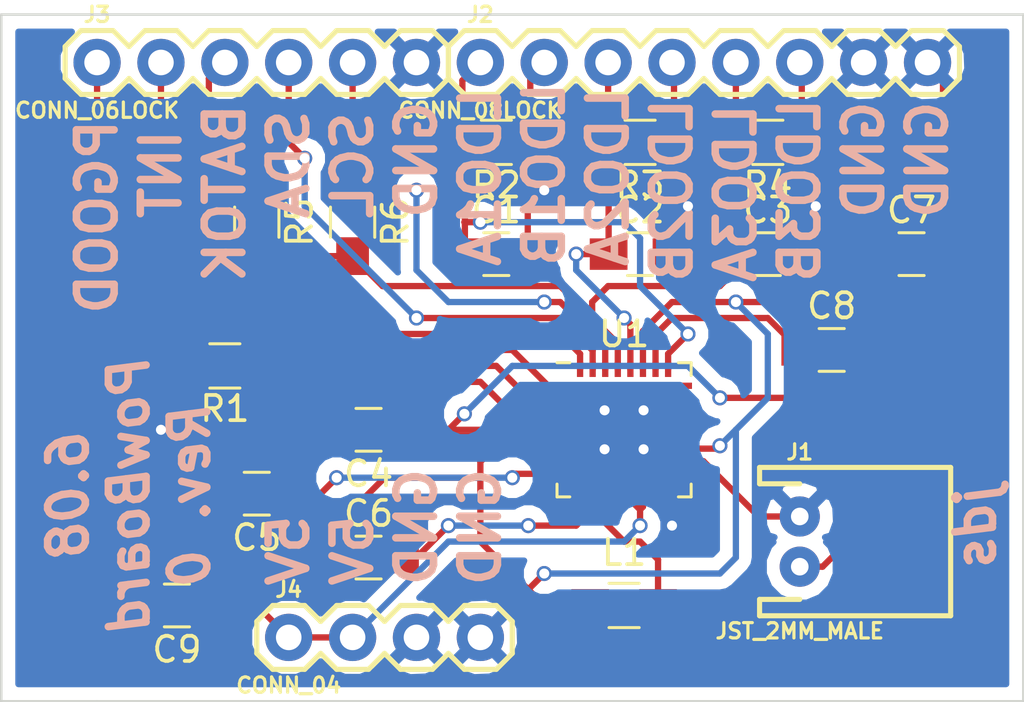
<source format=kicad_pcb>
(kicad_pcb (version 4) (host pcbnew 4.0.6)

  (general
    (links 61)
    (no_connects 1)
    (area 145.999999 109.169999 186.740001 136.575001)
    (thickness 1.6)
    (drawings 25)
    (tracks 229)
    (zones 0)
    (modules 21)
    (nets 28)
  )

  (page A4)
  (layers
    (0 F.Cu signal)
    (31 B.Cu signal)
    (32 B.Adhes user)
    (33 F.Adhes user)
    (34 B.Paste user)
    (35 F.Paste user)
    (36 B.SilkS user)
    (37 F.SilkS user)
    (38 B.Mask user)
    (39 F.Mask user)
    (40 Dwgs.User user)
    (41 Cmts.User user)
    (42 Eco1.User user)
    (43 Eco2.User user)
    (44 Edge.Cuts user)
    (45 Margin user)
    (46 B.CrtYd user)
    (47 F.CrtYd user)
    (48 B.Fab user)
    (49 F.Fab user)
  )

  (setup
    (last_trace_width 0.25)
    (user_trace_width 0.25)
    (user_trace_width 0.5)
    (trace_clearance 0.1)
    (zone_clearance 0.508)
    (zone_45_only no)
    (trace_min 0.2)
    (segment_width 0.2)
    (edge_width 0.1)
    (via_size 0.6)
    (via_drill 0.4)
    (via_min_size 0.4)
    (via_min_drill 0.3)
    (uvia_size 0.3)
    (uvia_drill 0.1)
    (uvias_allowed no)
    (uvia_min_size 0.2)
    (uvia_min_drill 0.1)
    (pcb_text_width 0.3)
    (pcb_text_size 1.5 1.5)
    (mod_edge_width 0.15)
    (mod_text_size 1 1)
    (mod_text_width 0.15)
    (pad_size 1.5 1.5)
    (pad_drill 0.6)
    (pad_to_mask_clearance 0)
    (aux_axis_origin 0 0)
    (visible_elements FFFFFF7F)
    (pcbplotparams
      (layerselection 0x010f0_80000001)
      (usegerberextensions true)
      (excludeedgelayer true)
      (linewidth 0.100000)
      (plotframeref false)
      (viasonmask false)
      (mode 1)
      (useauxorigin false)
      (hpglpennumber 1)
      (hpglpenspeed 20)
      (hpglpendiameter 15)
      (hpglpenoverlay 2)
      (psnegative false)
      (psa4output false)
      (plotreference true)
      (plotvalue true)
      (plotinvisibletext false)
      (padsonsilk true)
      (subtractmaskfromsilk false)
      (outputformat 1)
      (mirror false)
      (drillshape 0)
      (scaleselection 1)
      (outputdirectory ""))
  )

  (net 0 "")
  (net 1 "Net-(C1-Pad1)")
  (net 2 GND)
  (net 3 "Net-(C2-Pad1)")
  (net 4 "Net-(C3-Pad1)")
  (net 5 "Net-(C4-Pad1)")
  (net 6 "Net-(C5-Pad1)")
  (net 7 "Net-(C6-Pad1)")
  (net 8 "Net-(C6-Pad2)")
  (net 9 "Net-(C8-Pad1)")
  (net 10 VCC)
  (net 11 "Net-(J2-Pad2)")
  (net 12 "Net-(J2-Pad4)")
  (net 13 "Net-(J2-Pad6)")
  (net 14 "Net-(J3-Pad1)")
  (net 15 "Net-(J3-Pad2)")
  (net 16 "Net-(J3-Pad3)")
  (net 17 "Net-(J3-Pad4)")
  (net 18 "Net-(J3-Pad5)")
  (net 19 "Net-(L1-Pad2)")
  (net 20 "Net-(R1-Pad1)")
  (net 21 "Net-(U1-Pad15)")
  (net 22 "Net-(U1-Pad17)")
  (net 23 "Net-(U1-Pad20)")
  (net 24 "Net-(U1-Pad21)")
  (net 25 "Net-(U1-Pad22)")
  (net 26 "Net-(U1-Pad23)")
  (net 27 "Net-(U1-Pad24)")

  (net_class Default "This is the default net class."
    (clearance 0.1)
    (trace_width 0.25)
    (via_dia 0.6)
    (via_drill 0.4)
    (uvia_dia 0.3)
    (uvia_drill 0.1)
    (add_net GND)
    (add_net "Net-(C1-Pad1)")
    (add_net "Net-(C2-Pad1)")
    (add_net "Net-(C3-Pad1)")
    (add_net "Net-(C4-Pad1)")
    (add_net "Net-(C5-Pad1)")
    (add_net "Net-(C6-Pad1)")
    (add_net "Net-(C6-Pad2)")
    (add_net "Net-(C8-Pad1)")
    (add_net "Net-(J2-Pad2)")
    (add_net "Net-(J2-Pad4)")
    (add_net "Net-(J2-Pad6)")
    (add_net "Net-(J3-Pad1)")
    (add_net "Net-(J3-Pad2)")
    (add_net "Net-(J3-Pad3)")
    (add_net "Net-(J3-Pad4)")
    (add_net "Net-(J3-Pad5)")
    (add_net "Net-(L1-Pad2)")
    (add_net "Net-(R1-Pad1)")
    (add_net "Net-(U1-Pad15)")
    (add_net "Net-(U1-Pad17)")
    (add_net "Net-(U1-Pad20)")
    (add_net "Net-(U1-Pad21)")
    (add_net "Net-(U1-Pad22)")
    (add_net "Net-(U1-Pad23)")
    (add_net "Net-(U1-Pad24)")
    (add_net VCC)
  )

  (module Capacitors_SMD:C_0805_HandSoldering (layer F.Cu) (tedit 58AA84A8) (tstamp 5A25F5CE)
    (at 165.735 118.745)
    (descr "Capacitor SMD 0805, hand soldering")
    (tags "capacitor 0805")
    (path /5A1E4131)
    (attr smd)
    (fp_text reference C1 (at 0 -1.75) (layer F.SilkS)
      (effects (font (size 1 1) (thickness 0.15)))
    )
    (fp_text value 1u (at 0 1.75) (layer F.Fab)
      (effects (font (size 1 1) (thickness 0.15)))
    )
    (fp_text user %R (at 0 -1.75) (layer F.Fab)
      (effects (font (size 1 1) (thickness 0.15)))
    )
    (fp_line (start -1 0.62) (end -1 -0.62) (layer F.Fab) (width 0.1))
    (fp_line (start 1 0.62) (end -1 0.62) (layer F.Fab) (width 0.1))
    (fp_line (start 1 -0.62) (end 1 0.62) (layer F.Fab) (width 0.1))
    (fp_line (start -1 -0.62) (end 1 -0.62) (layer F.Fab) (width 0.1))
    (fp_line (start 0.5 -0.85) (end -0.5 -0.85) (layer F.SilkS) (width 0.12))
    (fp_line (start -0.5 0.85) (end 0.5 0.85) (layer F.SilkS) (width 0.12))
    (fp_line (start -2.25 -0.88) (end 2.25 -0.88) (layer F.CrtYd) (width 0.05))
    (fp_line (start -2.25 -0.88) (end -2.25 0.87) (layer F.CrtYd) (width 0.05))
    (fp_line (start 2.25 0.87) (end 2.25 -0.88) (layer F.CrtYd) (width 0.05))
    (fp_line (start 2.25 0.87) (end -2.25 0.87) (layer F.CrtYd) (width 0.05))
    (pad 1 smd rect (at -1.25 0) (size 1.5 1.25) (layers F.Cu F.Paste F.Mask)
      (net 1 "Net-(C1-Pad1)"))
    (pad 2 smd rect (at 1.25 0) (size 1.5 1.25) (layers F.Cu F.Paste F.Mask)
      (net 2 GND))
    (model Capacitors_SMD.3dshapes/C_0805.wrl
      (at (xyz 0 0 0))
      (scale (xyz 1 1 1))
      (rotate (xyz 0 0 0))
    )
  )

  (module Capacitors_SMD:C_0805_HandSoldering (layer F.Cu) (tedit 58AA84A8) (tstamp 5A25F5DF)
    (at 171.45 118.745)
    (descr "Capacitor SMD 0805, hand soldering")
    (tags "capacitor 0805")
    (path /5A1E422F)
    (attr smd)
    (fp_text reference C2 (at 0 -1.75) (layer F.SilkS)
      (effects (font (size 1 1) (thickness 0.15)))
    )
    (fp_text value 1u (at 0 1.75) (layer F.Fab)
      (effects (font (size 1 1) (thickness 0.15)))
    )
    (fp_text user %R (at 0 -1.75) (layer F.Fab)
      (effects (font (size 1 1) (thickness 0.15)))
    )
    (fp_line (start -1 0.62) (end -1 -0.62) (layer F.Fab) (width 0.1))
    (fp_line (start 1 0.62) (end -1 0.62) (layer F.Fab) (width 0.1))
    (fp_line (start 1 -0.62) (end 1 0.62) (layer F.Fab) (width 0.1))
    (fp_line (start -1 -0.62) (end 1 -0.62) (layer F.Fab) (width 0.1))
    (fp_line (start 0.5 -0.85) (end -0.5 -0.85) (layer F.SilkS) (width 0.12))
    (fp_line (start -0.5 0.85) (end 0.5 0.85) (layer F.SilkS) (width 0.12))
    (fp_line (start -2.25 -0.88) (end 2.25 -0.88) (layer F.CrtYd) (width 0.05))
    (fp_line (start -2.25 -0.88) (end -2.25 0.87) (layer F.CrtYd) (width 0.05))
    (fp_line (start 2.25 0.87) (end 2.25 -0.88) (layer F.CrtYd) (width 0.05))
    (fp_line (start 2.25 0.87) (end -2.25 0.87) (layer F.CrtYd) (width 0.05))
    (pad 1 smd rect (at -1.25 0) (size 1.5 1.25) (layers F.Cu F.Paste F.Mask)
      (net 3 "Net-(C2-Pad1)"))
    (pad 2 smd rect (at 1.25 0) (size 1.5 1.25) (layers F.Cu F.Paste F.Mask)
      (net 2 GND))
    (model Capacitors_SMD.3dshapes/C_0805.wrl
      (at (xyz 0 0 0))
      (scale (xyz 1 1 1))
      (rotate (xyz 0 0 0))
    )
  )

  (module Capacitors_SMD:C_0805_HandSoldering (layer F.Cu) (tedit 58AA84A8) (tstamp 5A25F5F0)
    (at 176.53 118.745)
    (descr "Capacitor SMD 0805, hand soldering")
    (tags "capacitor 0805")
    (path /5A1E41B7)
    (attr smd)
    (fp_text reference C3 (at 0 -1.75) (layer F.SilkS)
      (effects (font (size 1 1) (thickness 0.15)))
    )
    (fp_text value 1u (at 0 1.75) (layer F.Fab)
      (effects (font (size 1 1) (thickness 0.15)))
    )
    (fp_text user %R (at 0 -1.75) (layer F.Fab)
      (effects (font (size 1 1) (thickness 0.15)))
    )
    (fp_line (start -1 0.62) (end -1 -0.62) (layer F.Fab) (width 0.1))
    (fp_line (start 1 0.62) (end -1 0.62) (layer F.Fab) (width 0.1))
    (fp_line (start 1 -0.62) (end 1 0.62) (layer F.Fab) (width 0.1))
    (fp_line (start -1 -0.62) (end 1 -0.62) (layer F.Fab) (width 0.1))
    (fp_line (start 0.5 -0.85) (end -0.5 -0.85) (layer F.SilkS) (width 0.12))
    (fp_line (start -0.5 0.85) (end 0.5 0.85) (layer F.SilkS) (width 0.12))
    (fp_line (start -2.25 -0.88) (end 2.25 -0.88) (layer F.CrtYd) (width 0.05))
    (fp_line (start -2.25 -0.88) (end -2.25 0.87) (layer F.CrtYd) (width 0.05))
    (fp_line (start 2.25 0.87) (end 2.25 -0.88) (layer F.CrtYd) (width 0.05))
    (fp_line (start 2.25 0.87) (end -2.25 0.87) (layer F.CrtYd) (width 0.05))
    (pad 1 smd rect (at -1.25 0) (size 1.5 1.25) (layers F.Cu F.Paste F.Mask)
      (net 4 "Net-(C3-Pad1)"))
    (pad 2 smd rect (at 1.25 0) (size 1.5 1.25) (layers F.Cu F.Paste F.Mask)
      (net 2 GND))
    (model Capacitors_SMD.3dshapes/C_0805.wrl
      (at (xyz 0 0 0))
      (scale (xyz 1 1 1))
      (rotate (xyz 0 0 0))
    )
  )

  (module Capacitors_SMD:C_0805_HandSoldering (layer F.Cu) (tedit 58AA84A8) (tstamp 5A25F601)
    (at 160.655 125.73 180)
    (descr "Capacitor SMD 0805, hand soldering")
    (tags "capacitor 0805")
    (path /5A1E3E24)
    (attr smd)
    (fp_text reference C4 (at 0 -1.75 180) (layer F.SilkS)
      (effects (font (size 1 1) (thickness 0.15)))
    )
    (fp_text value 10u (at 0 1.75 180) (layer F.Fab)
      (effects (font (size 1 1) (thickness 0.15)))
    )
    (fp_text user %R (at 0 -1.75 180) (layer F.Fab)
      (effects (font (size 1 1) (thickness 0.15)))
    )
    (fp_line (start -1 0.62) (end -1 -0.62) (layer F.Fab) (width 0.1))
    (fp_line (start 1 0.62) (end -1 0.62) (layer F.Fab) (width 0.1))
    (fp_line (start 1 -0.62) (end 1 0.62) (layer F.Fab) (width 0.1))
    (fp_line (start -1 -0.62) (end 1 -0.62) (layer F.Fab) (width 0.1))
    (fp_line (start 0.5 -0.85) (end -0.5 -0.85) (layer F.SilkS) (width 0.12))
    (fp_line (start -0.5 0.85) (end 0.5 0.85) (layer F.SilkS) (width 0.12))
    (fp_line (start -2.25 -0.88) (end 2.25 -0.88) (layer F.CrtYd) (width 0.05))
    (fp_line (start -2.25 -0.88) (end -2.25 0.87) (layer F.CrtYd) (width 0.05))
    (fp_line (start 2.25 0.87) (end 2.25 -0.88) (layer F.CrtYd) (width 0.05))
    (fp_line (start 2.25 0.87) (end -2.25 0.87) (layer F.CrtYd) (width 0.05))
    (pad 1 smd rect (at -1.25 0 180) (size 1.5 1.25) (layers F.Cu F.Paste F.Mask)
      (net 5 "Net-(C4-Pad1)"))
    (pad 2 smd rect (at 1.25 0 180) (size 1.5 1.25) (layers F.Cu F.Paste F.Mask)
      (net 2 GND))
    (model Capacitors_SMD.3dshapes/C_0805.wrl
      (at (xyz 0 0 0))
      (scale (xyz 1 1 1))
      (rotate (xyz 0 0 0))
    )
  )

  (module Capacitors_SMD:C_0805_HandSoldering (layer F.Cu) (tedit 58AA84A8) (tstamp 5A25F612)
    (at 156.21 128.27 180)
    (descr "Capacitor SMD 0805, hand soldering")
    (tags "capacitor 0805")
    (path /5A1E5244)
    (attr smd)
    (fp_text reference C5 (at 0 -1.75 180) (layer F.SilkS)
      (effects (font (size 1 1) (thickness 0.15)))
    )
    (fp_text value 4.7u (at 0 1.75 180) (layer F.Fab)
      (effects (font (size 1 1) (thickness 0.15)))
    )
    (fp_text user %R (at 0 -1.75 180) (layer F.Fab)
      (effects (font (size 1 1) (thickness 0.15)))
    )
    (fp_line (start -1 0.62) (end -1 -0.62) (layer F.Fab) (width 0.1))
    (fp_line (start 1 0.62) (end -1 0.62) (layer F.Fab) (width 0.1))
    (fp_line (start 1 -0.62) (end 1 0.62) (layer F.Fab) (width 0.1))
    (fp_line (start -1 -0.62) (end 1 -0.62) (layer F.Fab) (width 0.1))
    (fp_line (start 0.5 -0.85) (end -0.5 -0.85) (layer F.SilkS) (width 0.12))
    (fp_line (start -0.5 0.85) (end 0.5 0.85) (layer F.SilkS) (width 0.12))
    (fp_line (start -2.25 -0.88) (end 2.25 -0.88) (layer F.CrtYd) (width 0.05))
    (fp_line (start -2.25 -0.88) (end -2.25 0.87) (layer F.CrtYd) (width 0.05))
    (fp_line (start 2.25 0.87) (end 2.25 -0.88) (layer F.CrtYd) (width 0.05))
    (fp_line (start 2.25 0.87) (end -2.25 0.87) (layer F.CrtYd) (width 0.05))
    (pad 1 smd rect (at -1.25 0 180) (size 1.5 1.25) (layers F.Cu F.Paste F.Mask)
      (net 6 "Net-(C5-Pad1)"))
    (pad 2 smd rect (at 1.25 0 180) (size 1.5 1.25) (layers F.Cu F.Paste F.Mask)
      (net 2 GND))
    (model Capacitors_SMD.3dshapes/C_0805.wrl
      (at (xyz 0 0 0))
      (scale (xyz 1 1 1))
      (rotate (xyz 0 0 0))
    )
  )

  (module Capacitors_SMD:C_0805_HandSoldering (layer F.Cu) (tedit 58AA84A8) (tstamp 5A25F623)
    (at 160.655 130.81)
    (descr "Capacitor SMD 0805, hand soldering")
    (tags "capacitor 0805")
    (path /5A1E2728)
    (attr smd)
    (fp_text reference C6 (at 0 -1.75) (layer F.SilkS)
      (effects (font (size 1 1) (thickness 0.15)))
    )
    (fp_text value 10u (at 0 1.75) (layer F.Fab)
      (effects (font (size 1 1) (thickness 0.15)))
    )
    (fp_text user %R (at 0 -1.75) (layer F.Fab)
      (effects (font (size 1 1) (thickness 0.15)))
    )
    (fp_line (start -1 0.62) (end -1 -0.62) (layer F.Fab) (width 0.1))
    (fp_line (start 1 0.62) (end -1 0.62) (layer F.Fab) (width 0.1))
    (fp_line (start 1 -0.62) (end 1 0.62) (layer F.Fab) (width 0.1))
    (fp_line (start -1 -0.62) (end 1 -0.62) (layer F.Fab) (width 0.1))
    (fp_line (start 0.5 -0.85) (end -0.5 -0.85) (layer F.SilkS) (width 0.12))
    (fp_line (start -0.5 0.85) (end 0.5 0.85) (layer F.SilkS) (width 0.12))
    (fp_line (start -2.25 -0.88) (end 2.25 -0.88) (layer F.CrtYd) (width 0.05))
    (fp_line (start -2.25 -0.88) (end -2.25 0.87) (layer F.CrtYd) (width 0.05))
    (fp_line (start 2.25 0.87) (end 2.25 -0.88) (layer F.CrtYd) (width 0.05))
    (fp_line (start 2.25 0.87) (end -2.25 0.87) (layer F.CrtYd) (width 0.05))
    (pad 1 smd rect (at -1.25 0) (size 1.5 1.25) (layers F.Cu F.Paste F.Mask)
      (net 7 "Net-(C6-Pad1)"))
    (pad 2 smd rect (at 1.25 0) (size 1.5 1.25) (layers F.Cu F.Paste F.Mask)
      (net 8 "Net-(C6-Pad2)"))
    (model Capacitors_SMD.3dshapes/C_0805.wrl
      (at (xyz 0 0 0))
      (scale (xyz 1 1 1))
      (rotate (xyz 0 0 0))
    )
  )

  (module Capacitors_SMD:C_0805_HandSoldering (layer F.Cu) (tedit 58AA84A8) (tstamp 5A25F634)
    (at 182.245 118.745)
    (descr "Capacitor SMD 0805, hand soldering")
    (tags "capacitor 0805")
    (path /5A1EB184)
    (attr smd)
    (fp_text reference C7 (at 0 -1.75) (layer F.SilkS)
      (effects (font (size 1 1) (thickness 0.15)))
    )
    (fp_text value 1u (at 0 1.75) (layer F.Fab)
      (effects (font (size 1 1) (thickness 0.15)))
    )
    (fp_text user %R (at 0 -1.75) (layer F.Fab)
      (effects (font (size 1 1) (thickness 0.15)))
    )
    (fp_line (start -1 0.62) (end -1 -0.62) (layer F.Fab) (width 0.1))
    (fp_line (start 1 0.62) (end -1 0.62) (layer F.Fab) (width 0.1))
    (fp_line (start 1 -0.62) (end 1 0.62) (layer F.Fab) (width 0.1))
    (fp_line (start -1 -0.62) (end 1 -0.62) (layer F.Fab) (width 0.1))
    (fp_line (start 0.5 -0.85) (end -0.5 -0.85) (layer F.SilkS) (width 0.12))
    (fp_line (start -0.5 0.85) (end 0.5 0.85) (layer F.SilkS) (width 0.12))
    (fp_line (start -2.25 -0.88) (end 2.25 -0.88) (layer F.CrtYd) (width 0.05))
    (fp_line (start -2.25 -0.88) (end -2.25 0.87) (layer F.CrtYd) (width 0.05))
    (fp_line (start 2.25 0.87) (end 2.25 -0.88) (layer F.CrtYd) (width 0.05))
    (fp_line (start 2.25 0.87) (end -2.25 0.87) (layer F.CrtYd) (width 0.05))
    (pad 1 smd rect (at -1.25 0) (size 1.5 1.25) (layers F.Cu F.Paste F.Mask)
      (net 7 "Net-(C6-Pad1)"))
    (pad 2 smd rect (at 1.25 0) (size 1.5 1.25) (layers F.Cu F.Paste F.Mask)
      (net 2 GND))
    (model Capacitors_SMD.3dshapes/C_0805.wrl
      (at (xyz 0 0 0))
      (scale (xyz 1 1 1))
      (rotate (xyz 0 0 0))
    )
  )

  (module Capacitors_SMD:C_0805_HandSoldering (layer F.Cu) (tedit 58AA84A8) (tstamp 5A25F645)
    (at 179.07 122.555)
    (descr "Capacitor SMD 0805, hand soldering")
    (tags "capacitor 0805")
    (path /5A1E52C6)
    (attr smd)
    (fp_text reference C8 (at 0 -1.75) (layer F.SilkS)
      (effects (font (size 1 1) (thickness 0.15)))
    )
    (fp_text value 2.2u (at 0 1.75) (layer F.Fab)
      (effects (font (size 1 1) (thickness 0.15)))
    )
    (fp_text user %R (at 0 -1.75) (layer F.Fab)
      (effects (font (size 1 1) (thickness 0.15)))
    )
    (fp_line (start -1 0.62) (end -1 -0.62) (layer F.Fab) (width 0.1))
    (fp_line (start 1 0.62) (end -1 0.62) (layer F.Fab) (width 0.1))
    (fp_line (start 1 -0.62) (end 1 0.62) (layer F.Fab) (width 0.1))
    (fp_line (start -1 -0.62) (end 1 -0.62) (layer F.Fab) (width 0.1))
    (fp_line (start 0.5 -0.85) (end -0.5 -0.85) (layer F.SilkS) (width 0.12))
    (fp_line (start -0.5 0.85) (end 0.5 0.85) (layer F.SilkS) (width 0.12))
    (fp_line (start -2.25 -0.88) (end 2.25 -0.88) (layer F.CrtYd) (width 0.05))
    (fp_line (start -2.25 -0.88) (end -2.25 0.87) (layer F.CrtYd) (width 0.05))
    (fp_line (start 2.25 0.87) (end 2.25 -0.88) (layer F.CrtYd) (width 0.05))
    (fp_line (start 2.25 0.87) (end -2.25 0.87) (layer F.CrtYd) (width 0.05))
    (pad 1 smd rect (at -1.25 0) (size 1.5 1.25) (layers F.Cu F.Paste F.Mask)
      (net 9 "Net-(C8-Pad1)"))
    (pad 2 smd rect (at 1.25 0) (size 1.5 1.25) (layers F.Cu F.Paste F.Mask)
      (net 2 GND))
    (model Capacitors_SMD.3dshapes/C_0805.wrl
      (at (xyz 0 0 0))
      (scale (xyz 1 1 1))
      (rotate (xyz 0 0 0))
    )
  )

  (module Capacitors_SMD:C_0805_HandSoldering (layer F.Cu) (tedit 58AA84A8) (tstamp 5A25F656)
    (at 153.035 132.715 180)
    (descr "Capacitor SMD 0805, hand soldering")
    (tags "capacitor 0805")
    (path /5A1E258F)
    (attr smd)
    (fp_text reference C9 (at 0 -1.75 180) (layer F.SilkS)
      (effects (font (size 1 1) (thickness 0.15)))
    )
    (fp_text value 2.2u (at 0 1.75 180) (layer F.Fab)
      (effects (font (size 1 1) (thickness 0.15)))
    )
    (fp_text user %R (at 0 -1.75 180) (layer F.Fab)
      (effects (font (size 1 1) (thickness 0.15)))
    )
    (fp_line (start -1 0.62) (end -1 -0.62) (layer F.Fab) (width 0.1))
    (fp_line (start 1 0.62) (end -1 0.62) (layer F.Fab) (width 0.1))
    (fp_line (start 1 -0.62) (end 1 0.62) (layer F.Fab) (width 0.1))
    (fp_line (start -1 -0.62) (end 1 -0.62) (layer F.Fab) (width 0.1))
    (fp_line (start 0.5 -0.85) (end -0.5 -0.85) (layer F.SilkS) (width 0.12))
    (fp_line (start -0.5 0.85) (end 0.5 0.85) (layer F.SilkS) (width 0.12))
    (fp_line (start -2.25 -0.88) (end 2.25 -0.88) (layer F.CrtYd) (width 0.05))
    (fp_line (start -2.25 -0.88) (end -2.25 0.87) (layer F.CrtYd) (width 0.05))
    (fp_line (start 2.25 0.87) (end 2.25 -0.88) (layer F.CrtYd) (width 0.05))
    (fp_line (start 2.25 0.87) (end -2.25 0.87) (layer F.CrtYd) (width 0.05))
    (pad 1 smd rect (at -1.25 0 180) (size 1.5 1.25) (layers F.Cu F.Paste F.Mask)
      (net 10 VCC))
    (pad 2 smd rect (at 1.25 0 180) (size 1.5 1.25) (layers F.Cu F.Paste F.Mask)
      (net 2 GND))
    (model Capacitors_SMD.3dshapes/C_0805.wrl
      (at (xyz 0 0 0))
      (scale (xyz 1 1 1))
      (rotate (xyz 0 0 0))
    )
  )

  (module Connectors:JST-2-PTH (layer F.Cu) (tedit 200000) (tstamp 5A25F665)
    (at 177.8 130.175 270)
    (descr "JST 2 PIN RIGHT ANGLE PLATED THROUGH  HOLE")
    (tags "JST 2 PIN RIGHT ANGLE PLATED THROUGH  HOLE")
    (path /5A1E2462)
    (attr virtual)
    (fp_text reference J1 (at -3.556 0 360) (layer F.SilkS)
      (effects (font (size 0.6096 0.6096) (thickness 0.127)))
    )
    (fp_text value JST_2MM_MALE (at 3.556 0 360) (layer F.SilkS)
      (effects (font (size 0.6096 0.6096) (thickness 0.127)))
    )
    (fp_line (start -2.94894 1.59766) (end -2.94894 -5.99948) (layer F.SilkS) (width 0.2032))
    (fp_line (start -2.94894 -5.99948) (end 2.94894 -5.99948) (layer F.SilkS) (width 0.2032))
    (fp_line (start 2.94894 -5.99948) (end 2.94894 1.59766) (layer F.SilkS) (width 0.2032))
    (fp_line (start -2.94894 1.59766) (end -2.2987 1.59766) (layer F.SilkS) (width 0.2032))
    (fp_line (start 2.94894 1.59766) (end 2.2987 1.59766) (layer F.SilkS) (width 0.2032))
    (fp_line (start -2.2987 1.59766) (end -2.2987 0) (layer F.SilkS) (width 0.2032))
    (fp_line (start 2.2987 1.59766) (end 2.2987 0) (layer F.SilkS) (width 0.2032))
    (fp_text user + (at 1.23444 -1.3335 270) (layer Dwgs.User)
      (effects (font (size 1.27 1.27) (thickness 0.1016)))
    )
    (fp_text user - (at -0.76454 -1.3335 270) (layer Dwgs.User)
      (effects (font (size 1.27 1.27) (thickness 0.1016)))
    )
    (pad 1 thru_hole circle (at -0.99822 0 270) (size 1.59766 1.59766) (drill 0.6985) (layers *.Cu *.Mask)
      (net 2 GND) (solder_mask_margin 0.1016))
    (pad 2 thru_hole circle (at 0.99822 0 270) (size 1.59766 1.59766) (drill 0.6985) (layers *.Cu *.Mask)
      (net 5 "Net-(C4-Pad1)") (solder_mask_margin 0.1016))
  )

  (module Connectors:1X08 (layer F.Cu) (tedit 5963D6A3) (tstamp 5A25F6A3)
    (at 165.1 111.125)
    (descr "PLATED THROUGH HOLE -8 PIN")
    (tags "PLATED THROUGH HOLE -8 PIN")
    (path /5A1F403F)
    (attr virtual)
    (fp_text reference J2 (at 0 -1.905) (layer F.SilkS)
      (effects (font (size 0.6096 0.6096) (thickness 0.127)))
    )
    (fp_text value CONN_08LOCK (at 0 1.905) (layer F.SilkS)
      (effects (font (size 0.6096 0.6096) (thickness 0.127)))
    )
    (fp_line (start 14.605 -1.27) (end 15.875 -1.27) (layer F.SilkS) (width 0.2032))
    (fp_line (start 15.875 -1.27) (end 16.51 -0.635) (layer F.SilkS) (width 0.2032))
    (fp_line (start 16.51 0.635) (end 15.875 1.27) (layer F.SilkS) (width 0.2032))
    (fp_line (start 11.43 -0.635) (end 12.065 -1.27) (layer F.SilkS) (width 0.2032))
    (fp_line (start 12.065 -1.27) (end 13.335 -1.27) (layer F.SilkS) (width 0.2032))
    (fp_line (start 13.335 -1.27) (end 13.97 -0.635) (layer F.SilkS) (width 0.2032))
    (fp_line (start 13.97 0.635) (end 13.335 1.27) (layer F.SilkS) (width 0.2032))
    (fp_line (start 13.335 1.27) (end 12.065 1.27) (layer F.SilkS) (width 0.2032))
    (fp_line (start 12.065 1.27) (end 11.43 0.635) (layer F.SilkS) (width 0.2032))
    (fp_line (start 14.605 -1.27) (end 13.97 -0.635) (layer F.SilkS) (width 0.2032))
    (fp_line (start 13.97 0.635) (end 14.605 1.27) (layer F.SilkS) (width 0.2032))
    (fp_line (start 15.875 1.27) (end 14.605 1.27) (layer F.SilkS) (width 0.2032))
    (fp_line (start 6.985 -1.27) (end 8.255 -1.27) (layer F.SilkS) (width 0.2032))
    (fp_line (start 8.255 -1.27) (end 8.89 -0.635) (layer F.SilkS) (width 0.2032))
    (fp_line (start 8.89 0.635) (end 8.255 1.27) (layer F.SilkS) (width 0.2032))
    (fp_line (start 8.89 -0.635) (end 9.525 -1.27) (layer F.SilkS) (width 0.2032))
    (fp_line (start 9.525 -1.27) (end 10.795 -1.27) (layer F.SilkS) (width 0.2032))
    (fp_line (start 10.795 -1.27) (end 11.43 -0.635) (layer F.SilkS) (width 0.2032))
    (fp_line (start 11.43 0.635) (end 10.795 1.27) (layer F.SilkS) (width 0.2032))
    (fp_line (start 10.795 1.27) (end 9.525 1.27) (layer F.SilkS) (width 0.2032))
    (fp_line (start 9.525 1.27) (end 8.89 0.635) (layer F.SilkS) (width 0.2032))
    (fp_line (start 3.81 -0.635) (end 4.445 -1.27) (layer F.SilkS) (width 0.2032))
    (fp_line (start 4.445 -1.27) (end 5.715 -1.27) (layer F.SilkS) (width 0.2032))
    (fp_line (start 5.715 -1.27) (end 6.35 -0.635) (layer F.SilkS) (width 0.2032))
    (fp_line (start 6.35 0.635) (end 5.715 1.27) (layer F.SilkS) (width 0.2032))
    (fp_line (start 5.715 1.27) (end 4.445 1.27) (layer F.SilkS) (width 0.2032))
    (fp_line (start 4.445 1.27) (end 3.81 0.635) (layer F.SilkS) (width 0.2032))
    (fp_line (start 6.985 -1.27) (end 6.35 -0.635) (layer F.SilkS) (width 0.2032))
    (fp_line (start 6.35 0.635) (end 6.985 1.27) (layer F.SilkS) (width 0.2032))
    (fp_line (start 8.255 1.27) (end 6.985 1.27) (layer F.SilkS) (width 0.2032))
    (fp_line (start -0.635 -1.27) (end 0.635 -1.27) (layer F.SilkS) (width 0.2032))
    (fp_line (start 0.635 -1.27) (end 1.27 -0.635) (layer F.SilkS) (width 0.2032))
    (fp_line (start 1.27 0.635) (end 0.635 1.27) (layer F.SilkS) (width 0.2032))
    (fp_line (start 1.27 -0.635) (end 1.905 -1.27) (layer F.SilkS) (width 0.2032))
    (fp_line (start 1.905 -1.27) (end 3.175 -1.27) (layer F.SilkS) (width 0.2032))
    (fp_line (start 3.175 -1.27) (end 3.81 -0.635) (layer F.SilkS) (width 0.2032))
    (fp_line (start 3.81 0.635) (end 3.175 1.27) (layer F.SilkS) (width 0.2032))
    (fp_line (start 3.175 1.27) (end 1.905 1.27) (layer F.SilkS) (width 0.2032))
    (fp_line (start 1.905 1.27) (end 1.27 0.635) (layer F.SilkS) (width 0.2032))
    (fp_line (start -1.27 -0.635) (end -1.27 0.635) (layer F.SilkS) (width 0.2032))
    (fp_line (start -0.635 -1.27) (end -1.27 -0.635) (layer F.SilkS) (width 0.2032))
    (fp_line (start -1.27 0.635) (end -0.635 1.27) (layer F.SilkS) (width 0.2032))
    (fp_line (start 0.635 1.27) (end -0.635 1.27) (layer F.SilkS) (width 0.2032))
    (fp_line (start 17.145 -1.27) (end 18.415 -1.27) (layer F.SilkS) (width 0.2032))
    (fp_line (start 18.415 -1.27) (end 19.05 -0.635) (layer F.SilkS) (width 0.2032))
    (fp_line (start 19.05 -0.635) (end 19.05 0.635) (layer F.SilkS) (width 0.2032))
    (fp_line (start 19.05 0.635) (end 18.415 1.27) (layer F.SilkS) (width 0.2032))
    (fp_line (start 17.145 -1.27) (end 16.51 -0.635) (layer F.SilkS) (width 0.2032))
    (fp_line (start 16.51 0.635) (end 17.145 1.27) (layer F.SilkS) (width 0.2032))
    (fp_line (start 18.415 1.27) (end 17.145 1.27) (layer F.SilkS) (width 0.2032))
    (pad 1 thru_hole circle (at 0 0) (size 1.8796 1.8796) (drill 1.016) (layers *.Cu *.Mask)
      (net 1 "Net-(C1-Pad1)") (solder_mask_margin 0.1016))
    (pad 2 thru_hole circle (at 2.54 0) (size 1.8796 1.8796) (drill 1.016) (layers *.Cu *.Mask)
      (net 11 "Net-(J2-Pad2)") (solder_mask_margin 0.1016))
    (pad 3 thru_hole circle (at 5.08 0) (size 1.8796 1.8796) (drill 1.016) (layers *.Cu *.Mask)
      (net 3 "Net-(C2-Pad1)") (solder_mask_margin 0.1016))
    (pad 4 thru_hole circle (at 7.62 0) (size 1.8796 1.8796) (drill 1.016) (layers *.Cu *.Mask)
      (net 12 "Net-(J2-Pad4)") (solder_mask_margin 0.1016))
    (pad 5 thru_hole circle (at 10.16 0) (size 1.8796 1.8796) (drill 1.016) (layers *.Cu *.Mask)
      (net 4 "Net-(C3-Pad1)") (solder_mask_margin 0.1016))
    (pad 6 thru_hole circle (at 12.7 0) (size 1.8796 1.8796) (drill 1.016) (layers *.Cu *.Mask)
      (net 13 "Net-(J2-Pad6)") (solder_mask_margin 0.1016))
    (pad 7 thru_hole circle (at 15.24 0) (size 1.8796 1.8796) (drill 1.016) (layers *.Cu *.Mask)
      (net 2 GND) (solder_mask_margin 0.1016))
    (pad 8 thru_hole circle (at 17.78 0) (size 1.8796 1.8796) (drill 1.016) (layers *.Cu *.Mask)
      (net 2 GND) (solder_mask_margin 0.1016))
  )

  (module Connectors:1X06 (layer F.Cu) (tedit 5963D43D) (tstamp 5A25F6D3)
    (at 149.86 111.125)
    (descr "PLATED THROUGH HOLE - 6 PIN")
    (tags "PLATED THROUGH HOLE - 6 PIN")
    (path /5A1F4E81)
    (attr virtual)
    (fp_text reference J3 (at 0 -1.905) (layer F.SilkS)
      (effects (font (size 0.6096 0.6096) (thickness 0.127)))
    )
    (fp_text value CONN_06LOCK (at 0 1.905) (layer F.SilkS)
      (effects (font (size 0.6096 0.6096) (thickness 0.127)))
    )
    (fp_line (start 11.43 -0.635) (end 12.065 -1.27) (layer F.SilkS) (width 0.2032))
    (fp_line (start 12.065 -1.27) (end 13.335 -1.27) (layer F.SilkS) (width 0.2032))
    (fp_line (start 13.335 -1.27) (end 13.97 -0.635) (layer F.SilkS) (width 0.2032))
    (fp_line (start 13.97 0.635) (end 13.335 1.27) (layer F.SilkS) (width 0.2032))
    (fp_line (start 13.335 1.27) (end 12.065 1.27) (layer F.SilkS) (width 0.2032))
    (fp_line (start 12.065 1.27) (end 11.43 0.635) (layer F.SilkS) (width 0.2032))
    (fp_line (start 6.985 -1.27) (end 8.255 -1.27) (layer F.SilkS) (width 0.2032))
    (fp_line (start 8.255 -1.27) (end 8.89 -0.635) (layer F.SilkS) (width 0.2032))
    (fp_line (start 8.89 0.635) (end 8.255 1.27) (layer F.SilkS) (width 0.2032))
    (fp_line (start 8.89 -0.635) (end 9.525 -1.27) (layer F.SilkS) (width 0.2032))
    (fp_line (start 9.525 -1.27) (end 10.795 -1.27) (layer F.SilkS) (width 0.2032))
    (fp_line (start 10.795 -1.27) (end 11.43 -0.635) (layer F.SilkS) (width 0.2032))
    (fp_line (start 11.43 0.635) (end 10.795 1.27) (layer F.SilkS) (width 0.2032))
    (fp_line (start 10.795 1.27) (end 9.525 1.27) (layer F.SilkS) (width 0.2032))
    (fp_line (start 9.525 1.27) (end 8.89 0.635) (layer F.SilkS) (width 0.2032))
    (fp_line (start 3.81 -0.635) (end 4.445 -1.27) (layer F.SilkS) (width 0.2032))
    (fp_line (start 4.445 -1.27) (end 5.715 -1.27) (layer F.SilkS) (width 0.2032))
    (fp_line (start 5.715 -1.27) (end 6.35 -0.635) (layer F.SilkS) (width 0.2032))
    (fp_line (start 6.35 0.635) (end 5.715 1.27) (layer F.SilkS) (width 0.2032))
    (fp_line (start 5.715 1.27) (end 4.445 1.27) (layer F.SilkS) (width 0.2032))
    (fp_line (start 4.445 1.27) (end 3.81 0.635) (layer F.SilkS) (width 0.2032))
    (fp_line (start 6.985 -1.27) (end 6.35 -0.635) (layer F.SilkS) (width 0.2032))
    (fp_line (start 6.35 0.635) (end 6.985 1.27) (layer F.SilkS) (width 0.2032))
    (fp_line (start 8.255 1.27) (end 6.985 1.27) (layer F.SilkS) (width 0.2032))
    (fp_line (start -0.635 -1.27) (end 0.635 -1.27) (layer F.SilkS) (width 0.2032))
    (fp_line (start 0.635 -1.27) (end 1.27 -0.635) (layer F.SilkS) (width 0.2032))
    (fp_line (start 1.27 0.635) (end 0.635 1.27) (layer F.SilkS) (width 0.2032))
    (fp_line (start 1.27 -0.635) (end 1.905 -1.27) (layer F.SilkS) (width 0.2032))
    (fp_line (start 1.905 -1.27) (end 3.175 -1.27) (layer F.SilkS) (width 0.2032))
    (fp_line (start 3.175 -1.27) (end 3.81 -0.635) (layer F.SilkS) (width 0.2032))
    (fp_line (start 3.81 0.635) (end 3.175 1.27) (layer F.SilkS) (width 0.2032))
    (fp_line (start 3.175 1.27) (end 1.905 1.27) (layer F.SilkS) (width 0.2032))
    (fp_line (start 1.905 1.27) (end 1.27 0.635) (layer F.SilkS) (width 0.2032))
    (fp_line (start -1.27 -0.635) (end -1.27 0.635) (layer F.SilkS) (width 0.2032))
    (fp_line (start -0.635 -1.27) (end -1.27 -0.635) (layer F.SilkS) (width 0.2032))
    (fp_line (start -1.27 0.635) (end -0.635 1.27) (layer F.SilkS) (width 0.2032))
    (fp_line (start 0.635 1.27) (end -0.635 1.27) (layer F.SilkS) (width 0.2032))
    (fp_line (start 13.97 -0.635) (end 13.97 0.635) (layer F.SilkS) (width 0.2032))
    (pad 1 thru_hole circle (at 0 0) (size 1.8796 1.8796) (drill 1.016) (layers *.Cu *.Mask)
      (net 14 "Net-(J3-Pad1)") (solder_mask_margin 0.1016))
    (pad 2 thru_hole circle (at 2.54 0) (size 1.8796 1.8796) (drill 1.016) (layers *.Cu *.Mask)
      (net 15 "Net-(J3-Pad2)") (solder_mask_margin 0.1016))
    (pad 3 thru_hole circle (at 5.08 0) (size 1.8796 1.8796) (drill 1.016) (layers *.Cu *.Mask)
      (net 16 "Net-(J3-Pad3)") (solder_mask_margin 0.1016))
    (pad 4 thru_hole circle (at 7.62 0) (size 1.8796 1.8796) (drill 1.016) (layers *.Cu *.Mask)
      (net 17 "Net-(J3-Pad4)") (solder_mask_margin 0.1016))
    (pad 5 thru_hole circle (at 10.16 0) (size 1.8796 1.8796) (drill 1.016) (layers *.Cu *.Mask)
      (net 18 "Net-(J3-Pad5)") (solder_mask_margin 0.1016))
    (pad 6 thru_hole circle (at 12.7 0) (size 1.8796 1.8796) (drill 1.016) (layers *.Cu *.Mask)
      (net 2 GND) (solder_mask_margin 0.1016))
  )

  (module Connectors:1X04 (layer F.Cu) (tedit 5963D2C6) (tstamp 5A25F6F5)
    (at 157.48 133.985)
    (descr "PLATED THROUGH HOLE - 4 PIN")
    (tags "PLATED THROUGH HOLE - 4 PIN")
    (path /5A1F56E0)
    (attr virtual)
    (fp_text reference J4 (at 0 -1.905) (layer F.SilkS)
      (effects (font (size 0.6096 0.6096) (thickness 0.127)))
    )
    (fp_text value CONN_04 (at 0 1.905) (layer F.SilkS)
      (effects (font (size 0.6096 0.6096) (thickness 0.127)))
    )
    (fp_line (start 6.985 -1.27) (end 8.255 -1.27) (layer F.SilkS) (width 0.2032))
    (fp_line (start 8.255 -1.27) (end 8.89 -0.635) (layer F.SilkS) (width 0.2032))
    (fp_line (start 8.89 0.635) (end 8.255 1.27) (layer F.SilkS) (width 0.2032))
    (fp_line (start 3.81 -0.635) (end 4.445 -1.27) (layer F.SilkS) (width 0.2032))
    (fp_line (start 4.445 -1.27) (end 5.715 -1.27) (layer F.SilkS) (width 0.2032))
    (fp_line (start 5.715 -1.27) (end 6.35 -0.635) (layer F.SilkS) (width 0.2032))
    (fp_line (start 6.35 0.635) (end 5.715 1.27) (layer F.SilkS) (width 0.2032))
    (fp_line (start 5.715 1.27) (end 4.445 1.27) (layer F.SilkS) (width 0.2032))
    (fp_line (start 4.445 1.27) (end 3.81 0.635) (layer F.SilkS) (width 0.2032))
    (fp_line (start 6.985 -1.27) (end 6.35 -0.635) (layer F.SilkS) (width 0.2032))
    (fp_line (start 6.35 0.635) (end 6.985 1.27) (layer F.SilkS) (width 0.2032))
    (fp_line (start 8.255 1.27) (end 6.985 1.27) (layer F.SilkS) (width 0.2032))
    (fp_line (start -0.635 -1.27) (end 0.635 -1.27) (layer F.SilkS) (width 0.2032))
    (fp_line (start 0.635 -1.27) (end 1.27 -0.635) (layer F.SilkS) (width 0.2032))
    (fp_line (start 1.27 0.635) (end 0.635 1.27) (layer F.SilkS) (width 0.2032))
    (fp_line (start 1.27 -0.635) (end 1.905 -1.27) (layer F.SilkS) (width 0.2032))
    (fp_line (start 1.905 -1.27) (end 3.175 -1.27) (layer F.SilkS) (width 0.2032))
    (fp_line (start 3.175 -1.27) (end 3.81 -0.635) (layer F.SilkS) (width 0.2032))
    (fp_line (start 3.81 0.635) (end 3.175 1.27) (layer F.SilkS) (width 0.2032))
    (fp_line (start 3.175 1.27) (end 1.905 1.27) (layer F.SilkS) (width 0.2032))
    (fp_line (start 1.905 1.27) (end 1.27 0.635) (layer F.SilkS) (width 0.2032))
    (fp_line (start -1.27 -0.635) (end -1.27 0.635) (layer F.SilkS) (width 0.2032))
    (fp_line (start -0.635 -1.27) (end -1.27 -0.635) (layer F.SilkS) (width 0.2032))
    (fp_line (start -1.27 0.635) (end -0.635 1.27) (layer F.SilkS) (width 0.2032))
    (fp_line (start 0.635 1.27) (end -0.635 1.27) (layer F.SilkS) (width 0.2032))
    (fp_line (start 8.89 -0.635) (end 8.89 0.635) (layer F.SilkS) (width 0.2032))
    (pad 1 thru_hole circle (at 0 0) (size 1.8796 1.8796) (drill 1.016) (layers *.Cu *.Mask)
      (net 10 VCC) (solder_mask_margin 0.1016))
    (pad 2 thru_hole circle (at 2.54 0) (size 1.8796 1.8796) (drill 1.016) (layers *.Cu *.Mask)
      (net 10 VCC) (solder_mask_margin 0.1016))
    (pad 3 thru_hole circle (at 5.08 0) (size 1.8796 1.8796) (drill 1.016) (layers *.Cu *.Mask)
      (net 2 GND) (solder_mask_margin 0.1016))
    (pad 4 thru_hole circle (at 7.62 0) (size 1.8796 1.8796) (drill 1.016) (layers *.Cu *.Mask)
      (net 2 GND) (solder_mask_margin 0.1016))
  )

  (module Inductors_SMD:L_0805_HandSoldering (layer F.Cu) (tedit 58307B90) (tstamp 5A25F6FB)
    (at 170.815 132.715)
    (descr "Resistor SMD 0805, hand soldering")
    (tags "resistor 0805")
    (path /5A1E26A6)
    (attr smd)
    (fp_text reference L1 (at 0 -2.1) (layer F.SilkS)
      (effects (font (size 1 1) (thickness 0.15)))
    )
    (fp_text value 1.5u (at 0 2.1) (layer F.Fab)
      (effects (font (size 1 1) (thickness 0.15)))
    )
    (fp_text user %R (at 0 0) (layer F.Fab)
      (effects (font (size 0.5 0.5) (thickness 0.075)))
    )
    (fp_line (start -1 0.62) (end -1 -0.62) (layer F.Fab) (width 0.1))
    (fp_line (start 1 0.62) (end -1 0.62) (layer F.Fab) (width 0.1))
    (fp_line (start 1 -0.62) (end 1 0.62) (layer F.Fab) (width 0.1))
    (fp_line (start -1 -0.62) (end 1 -0.62) (layer F.Fab) (width 0.1))
    (fp_line (start -2.4 -1) (end 2.4 -1) (layer F.CrtYd) (width 0.05))
    (fp_line (start -2.4 1) (end 2.4 1) (layer F.CrtYd) (width 0.05))
    (fp_line (start -2.4 -1) (end -2.4 1) (layer F.CrtYd) (width 0.05))
    (fp_line (start 2.4 -1) (end 2.4 1) (layer F.CrtYd) (width 0.05))
    (fp_line (start 0.6 0.88) (end -0.6 0.88) (layer F.SilkS) (width 0.12))
    (fp_line (start -0.6 -0.88) (end 0.6 -0.88) (layer F.SilkS) (width 0.12))
    (pad 1 smd rect (at -1.35 0) (size 1.5 1.3) (layers F.Cu F.Paste F.Mask)
      (net 7 "Net-(C6-Pad1)"))
    (pad 2 smd rect (at 1.35 0) (size 1.5 1.3) (layers F.Cu F.Paste F.Mask)
      (net 19 "Net-(L1-Pad2)"))
    (model ${KISYS3DMOD}/Inductors_SMD.3dshapes/L_0805.wrl
      (at (xyz 0 0 0))
      (scale (xyz 1 1 1))
      (rotate (xyz 0 0 0))
    )
  )

  (module Resistors_SMD:R_0805_HandSoldering (layer F.Cu) (tedit 58E0A804) (tstamp 5A25F70C)
    (at 154.94 123.19 180)
    (descr "Resistor SMD 0805, hand soldering")
    (tags "resistor 0805")
    (path /5A25BED4)
    (attr smd)
    (fp_text reference R1 (at 0 -1.7 180) (layer F.SilkS)
      (effects (font (size 1 1) (thickness 0.15)))
    )
    (fp_text value 47K (at 0 1.75 180) (layer F.Fab)
      (effects (font (size 1 1) (thickness 0.15)))
    )
    (fp_text user %R (at 0 0 180) (layer F.Fab)
      (effects (font (size 0.5 0.5) (thickness 0.075)))
    )
    (fp_line (start -1 0.62) (end -1 -0.62) (layer F.Fab) (width 0.1))
    (fp_line (start 1 0.62) (end -1 0.62) (layer F.Fab) (width 0.1))
    (fp_line (start 1 -0.62) (end 1 0.62) (layer F.Fab) (width 0.1))
    (fp_line (start -1 -0.62) (end 1 -0.62) (layer F.Fab) (width 0.1))
    (fp_line (start 0.6 0.88) (end -0.6 0.88) (layer F.SilkS) (width 0.12))
    (fp_line (start -0.6 -0.88) (end 0.6 -0.88) (layer F.SilkS) (width 0.12))
    (fp_line (start -2.35 -0.9) (end 2.35 -0.9) (layer F.CrtYd) (width 0.05))
    (fp_line (start -2.35 -0.9) (end -2.35 0.9) (layer F.CrtYd) (width 0.05))
    (fp_line (start 2.35 0.9) (end 2.35 -0.9) (layer F.CrtYd) (width 0.05))
    (fp_line (start 2.35 0.9) (end -2.35 0.9) (layer F.CrtYd) (width 0.05))
    (pad 1 smd rect (at -1.35 0 180) (size 1.5 1.3) (layers F.Cu F.Paste F.Mask)
      (net 20 "Net-(R1-Pad1)"))
    (pad 2 smd rect (at 1.35 0 180) (size 1.5 1.3) (layers F.Cu F.Paste F.Mask)
      (net 2 GND))
    (model ${KISYS3DMOD}/Resistors_SMD.3dshapes/R_0805.wrl
      (at (xyz 0 0 0))
      (scale (xyz 1 1 1))
      (rotate (xyz 0 0 0))
    )
  )

  (module Resistors_SMD:R_0805_HandSoldering (layer F.Cu) (tedit 58E0A804) (tstamp 5A25F71D)
    (at 165.735 114.3 180)
    (descr "Resistor SMD 0805, hand soldering")
    (tags "resistor 0805")
    (path /5A1E4878)
    (attr smd)
    (fp_text reference R2 (at 0 -1.7 180) (layer F.SilkS)
      (effects (font (size 1 1) (thickness 0.15)))
    )
    (fp_text value 0.5 (at 0 1.75 180) (layer F.Fab)
      (effects (font (size 1 1) (thickness 0.15)))
    )
    (fp_text user %R (at 0 0 180) (layer F.Fab)
      (effects (font (size 0.5 0.5) (thickness 0.075)))
    )
    (fp_line (start -1 0.62) (end -1 -0.62) (layer F.Fab) (width 0.1))
    (fp_line (start 1 0.62) (end -1 0.62) (layer F.Fab) (width 0.1))
    (fp_line (start 1 -0.62) (end 1 0.62) (layer F.Fab) (width 0.1))
    (fp_line (start -1 -0.62) (end 1 -0.62) (layer F.Fab) (width 0.1))
    (fp_line (start 0.6 0.88) (end -0.6 0.88) (layer F.SilkS) (width 0.12))
    (fp_line (start -0.6 -0.88) (end 0.6 -0.88) (layer F.SilkS) (width 0.12))
    (fp_line (start -2.35 -0.9) (end 2.35 -0.9) (layer F.CrtYd) (width 0.05))
    (fp_line (start -2.35 -0.9) (end -2.35 0.9) (layer F.CrtYd) (width 0.05))
    (fp_line (start 2.35 0.9) (end 2.35 -0.9) (layer F.CrtYd) (width 0.05))
    (fp_line (start 2.35 0.9) (end -2.35 0.9) (layer F.CrtYd) (width 0.05))
    (pad 1 smd rect (at -1.35 0 180) (size 1.5 1.3) (layers F.Cu F.Paste F.Mask)
      (net 11 "Net-(J2-Pad2)"))
    (pad 2 smd rect (at 1.35 0 180) (size 1.5 1.3) (layers F.Cu F.Paste F.Mask)
      (net 1 "Net-(C1-Pad1)"))
    (model ${KISYS3DMOD}/Resistors_SMD.3dshapes/R_0805.wrl
      (at (xyz 0 0 0))
      (scale (xyz 1 1 1))
      (rotate (xyz 0 0 0))
    )
  )

  (module Resistors_SMD:R_0805_HandSoldering (layer F.Cu) (tedit 58E0A804) (tstamp 5A25F72E)
    (at 171.45 114.3 180)
    (descr "Resistor SMD 0805, hand soldering")
    (tags "resistor 0805")
    (path /5A1E48F0)
    (attr smd)
    (fp_text reference R3 (at 0 -1.7 180) (layer F.SilkS)
      (effects (font (size 1 1) (thickness 0.15)))
    )
    (fp_text value 0.5 (at 0 1.75 180) (layer F.Fab)
      (effects (font (size 1 1) (thickness 0.15)))
    )
    (fp_text user %R (at 0 0 180) (layer F.Fab)
      (effects (font (size 0.5 0.5) (thickness 0.075)))
    )
    (fp_line (start -1 0.62) (end -1 -0.62) (layer F.Fab) (width 0.1))
    (fp_line (start 1 0.62) (end -1 0.62) (layer F.Fab) (width 0.1))
    (fp_line (start 1 -0.62) (end 1 0.62) (layer F.Fab) (width 0.1))
    (fp_line (start -1 -0.62) (end 1 -0.62) (layer F.Fab) (width 0.1))
    (fp_line (start 0.6 0.88) (end -0.6 0.88) (layer F.SilkS) (width 0.12))
    (fp_line (start -0.6 -0.88) (end 0.6 -0.88) (layer F.SilkS) (width 0.12))
    (fp_line (start -2.35 -0.9) (end 2.35 -0.9) (layer F.CrtYd) (width 0.05))
    (fp_line (start -2.35 -0.9) (end -2.35 0.9) (layer F.CrtYd) (width 0.05))
    (fp_line (start 2.35 0.9) (end 2.35 -0.9) (layer F.CrtYd) (width 0.05))
    (fp_line (start 2.35 0.9) (end -2.35 0.9) (layer F.CrtYd) (width 0.05))
    (pad 1 smd rect (at -1.35 0 180) (size 1.5 1.3) (layers F.Cu F.Paste F.Mask)
      (net 12 "Net-(J2-Pad4)"))
    (pad 2 smd rect (at 1.35 0 180) (size 1.5 1.3) (layers F.Cu F.Paste F.Mask)
      (net 3 "Net-(C2-Pad1)"))
    (model ${KISYS3DMOD}/Resistors_SMD.3dshapes/R_0805.wrl
      (at (xyz 0 0 0))
      (scale (xyz 1 1 1))
      (rotate (xyz 0 0 0))
    )
  )

  (module Resistors_SMD:R_0805_HandSoldering (layer F.Cu) (tedit 58E0A804) (tstamp 5A25F73F)
    (at 176.53 114.3 180)
    (descr "Resistor SMD 0805, hand soldering")
    (tags "resistor 0805")
    (path /5A1E4929)
    (attr smd)
    (fp_text reference R4 (at 0 -1.7 180) (layer F.SilkS)
      (effects (font (size 1 1) (thickness 0.15)))
    )
    (fp_text value 0.5 (at 0 1.75 180) (layer F.Fab)
      (effects (font (size 1 1) (thickness 0.15)))
    )
    (fp_text user %R (at 0 0 180) (layer F.Fab)
      (effects (font (size 0.5 0.5) (thickness 0.075)))
    )
    (fp_line (start -1 0.62) (end -1 -0.62) (layer F.Fab) (width 0.1))
    (fp_line (start 1 0.62) (end -1 0.62) (layer F.Fab) (width 0.1))
    (fp_line (start 1 -0.62) (end 1 0.62) (layer F.Fab) (width 0.1))
    (fp_line (start -1 -0.62) (end 1 -0.62) (layer F.Fab) (width 0.1))
    (fp_line (start 0.6 0.88) (end -0.6 0.88) (layer F.SilkS) (width 0.12))
    (fp_line (start -0.6 -0.88) (end 0.6 -0.88) (layer F.SilkS) (width 0.12))
    (fp_line (start -2.35 -0.9) (end 2.35 -0.9) (layer F.CrtYd) (width 0.05))
    (fp_line (start -2.35 -0.9) (end -2.35 0.9) (layer F.CrtYd) (width 0.05))
    (fp_line (start 2.35 0.9) (end 2.35 -0.9) (layer F.CrtYd) (width 0.05))
    (fp_line (start 2.35 0.9) (end -2.35 0.9) (layer F.CrtYd) (width 0.05))
    (pad 1 smd rect (at -1.35 0 180) (size 1.5 1.3) (layers F.Cu F.Paste F.Mask)
      (net 13 "Net-(J2-Pad6)"))
    (pad 2 smd rect (at 1.35 0 180) (size 1.5 1.3) (layers F.Cu F.Paste F.Mask)
      (net 4 "Net-(C3-Pad1)"))
    (model ${KISYS3DMOD}/Resistors_SMD.3dshapes/R_0805.wrl
      (at (xyz 0 0 0))
      (scale (xyz 1 1 1))
      (rotate (xyz 0 0 0))
    )
  )

  (module Resistors_SMD:R_0805_HandSoldering (layer F.Cu) (tedit 58E0A804) (tstamp 5A25F750)
    (at 156.21 117.475 270)
    (descr "Resistor SMD 0805, hand soldering")
    (tags "resistor 0805")
    (path /5A1E4AF9)
    (attr smd)
    (fp_text reference R5 (at 0 -1.7 270) (layer F.SilkS)
      (effects (font (size 1 1) (thickness 0.15)))
    )
    (fp_text value 4.7k (at 0 1.75 270) (layer F.Fab)
      (effects (font (size 1 1) (thickness 0.15)))
    )
    (fp_text user %R (at 0 0 270) (layer F.Fab)
      (effects (font (size 0.5 0.5) (thickness 0.075)))
    )
    (fp_line (start -1 0.62) (end -1 -0.62) (layer F.Fab) (width 0.1))
    (fp_line (start 1 0.62) (end -1 0.62) (layer F.Fab) (width 0.1))
    (fp_line (start 1 -0.62) (end 1 0.62) (layer F.Fab) (width 0.1))
    (fp_line (start -1 -0.62) (end 1 -0.62) (layer F.Fab) (width 0.1))
    (fp_line (start 0.6 0.88) (end -0.6 0.88) (layer F.SilkS) (width 0.12))
    (fp_line (start -0.6 -0.88) (end 0.6 -0.88) (layer F.SilkS) (width 0.12))
    (fp_line (start -2.35 -0.9) (end 2.35 -0.9) (layer F.CrtYd) (width 0.05))
    (fp_line (start -2.35 -0.9) (end -2.35 0.9) (layer F.CrtYd) (width 0.05))
    (fp_line (start 2.35 0.9) (end 2.35 -0.9) (layer F.CrtYd) (width 0.05))
    (fp_line (start 2.35 0.9) (end -2.35 0.9) (layer F.CrtYd) (width 0.05))
    (pad 1 smd rect (at -1.35 0 270) (size 1.5 1.3) (layers F.Cu F.Paste F.Mask)
      (net 17 "Net-(J3-Pad4)"))
    (pad 2 smd rect (at 1.35 0 270) (size 1.5 1.3) (layers F.Cu F.Paste F.Mask)
      (net 4 "Net-(C3-Pad1)"))
    (model ${KISYS3DMOD}/Resistors_SMD.3dshapes/R_0805.wrl
      (at (xyz 0 0 0))
      (scale (xyz 1 1 1))
      (rotate (xyz 0 0 0))
    )
  )

  (module Resistors_SMD:R_0805_HandSoldering (layer F.Cu) (tedit 58E0A804) (tstamp 5A25F761)
    (at 160.02 117.475 270)
    (descr "Resistor SMD 0805, hand soldering")
    (tags "resistor 0805")
    (path /5A1E4B6B)
    (attr smd)
    (fp_text reference R6 (at 0 -1.7 270) (layer F.SilkS)
      (effects (font (size 1 1) (thickness 0.15)))
    )
    (fp_text value 4.7k (at 0 1.75 270) (layer F.Fab)
      (effects (font (size 1 1) (thickness 0.15)))
    )
    (fp_text user %R (at 0 0 270) (layer F.Fab)
      (effects (font (size 0.5 0.5) (thickness 0.075)))
    )
    (fp_line (start -1 0.62) (end -1 -0.62) (layer F.Fab) (width 0.1))
    (fp_line (start 1 0.62) (end -1 0.62) (layer F.Fab) (width 0.1))
    (fp_line (start 1 -0.62) (end 1 0.62) (layer F.Fab) (width 0.1))
    (fp_line (start -1 -0.62) (end 1 -0.62) (layer F.Fab) (width 0.1))
    (fp_line (start 0.6 0.88) (end -0.6 0.88) (layer F.SilkS) (width 0.12))
    (fp_line (start -0.6 -0.88) (end 0.6 -0.88) (layer F.SilkS) (width 0.12))
    (fp_line (start -2.35 -0.9) (end 2.35 -0.9) (layer F.CrtYd) (width 0.05))
    (fp_line (start -2.35 -0.9) (end -2.35 0.9) (layer F.CrtYd) (width 0.05))
    (fp_line (start 2.35 0.9) (end 2.35 -0.9) (layer F.CrtYd) (width 0.05))
    (fp_line (start 2.35 0.9) (end -2.35 0.9) (layer F.CrtYd) (width 0.05))
    (pad 1 smd rect (at -1.35 0 270) (size 1.5 1.3) (layers F.Cu F.Paste F.Mask)
      (net 18 "Net-(J3-Pad5)"))
    (pad 2 smd rect (at 1.35 0 270) (size 1.5 1.3) (layers F.Cu F.Paste F.Mask)
      (net 4 "Net-(C3-Pad1)"))
    (model ${KISYS3DMOD}/Resistors_SMD.3dshapes/R_0805.wrl
      (at (xyz 0 0 0))
      (scale (xyz 1 1 1))
      (rotate (xyz 0 0 0))
    )
  )

  (module Housings_DFN_QFN:WQFN-32-1EP_5x5mm_Pitch0.5mm (layer F.Cu) (tedit 59961CAD) (tstamp 5A25F79A)
    (at 170.815 125.73)
    (descr "QFN, 32-Leads, Body 5x5x0.8mm, Pitch 0.5mm, Thermal Pad 3.1x3.1mm; (see Texas Instruments LM25119 http://www.ti.com/lit/ds/symlink/lm25119.pdf)")
    (tags "WQFN 0.5")
    (path /5A1E2030)
    (attr smd)
    (fp_text reference U1 (at 0 -3.81) (layer F.SilkS)
      (effects (font (size 1 1) (thickness 0.15)))
    )
    (fp_text value ADP5350 (at 0 3.81) (layer F.Fab)
      (effects (font (size 1 1) (thickness 0.15)))
    )
    (fp_line (start 2.5 -2.5) (end -1.5 -2.5) (layer F.Fab) (width 0.1))
    (fp_line (start -1.5 -2.5) (end -2.5 -1.5) (layer F.Fab) (width 0.1))
    (fp_line (start -2.5 -1.5) (end -2.5 2.5) (layer F.Fab) (width 0.1))
    (fp_line (start -2.159 -2.667) (end -2.667 -2.667) (layer F.SilkS) (width 0.12))
    (fp_line (start -2.159 2.667) (end -2.667 2.667) (layer F.SilkS) (width 0.12))
    (fp_line (start -2.667 2.667) (end -2.667 2.159) (layer F.SilkS) (width 0.12))
    (fp_line (start 2.667 2.159) (end 2.667 2.667) (layer F.SilkS) (width 0.12))
    (fp_line (start 2.667 2.667) (end 2.159 2.667) (layer F.SilkS) (width 0.12))
    (fp_line (start 2.159 -2.667) (end 2.667 -2.667) (layer F.SilkS) (width 0.12))
    (fp_line (start 2.667 -2.667) (end 2.667 -2.159) (layer F.SilkS) (width 0.12))
    (fp_line (start 2.5 -2.5) (end 2.5 2.5) (layer F.Fab) (width 0.1))
    (fp_line (start 2.5 2.5) (end -2.5 2.5) (layer F.Fab) (width 0.1))
    (fp_line (start -2.95 -2.95) (end 2.95 -2.95) (layer F.CrtYd) (width 0.05))
    (fp_line (start 2.95 -2.95) (end 2.95 2.95) (layer F.CrtYd) (width 0.05))
    (fp_line (start 2.95 2.95) (end -2.95 2.95) (layer F.CrtYd) (width 0.05))
    (fp_line (start -2.95 2.95) (end -2.95 -2.95) (layer F.CrtYd) (width 0.05))
    (fp_text user %R (at 0 0) (layer F.Fab)
      (effects (font (size 1 1) (thickness 0.15)))
    )
    (pad 33 smd rect (at -0.775 0.775) (size 1.55 1.55) (layers F.Cu F.Paste F.Mask)
      (net 2 GND) (solder_paste_margin_ratio -0.2))
    (pad 33 smd rect (at -0.775 -0.775) (size 1.55 1.55) (layers F.Cu F.Paste F.Mask)
      (net 2 GND) (solder_paste_margin_ratio -0.2))
    (pad 33 smd rect (at 0.775 -0.775) (size 1.55 1.55) (layers F.Cu F.Paste F.Mask)
      (net 2 GND) (solder_paste_margin_ratio -0.2))
    (pad 1 smd rect (at -2.4 -1.75 90) (size 0.25 0.6) (layers F.Cu F.Paste F.Mask)
      (net 15 "Net-(J3-Pad2)"))
    (pad 2 smd rect (at -2.4 -1.25 90) (size 0.25 0.6) (layers F.Cu F.Paste F.Mask)
      (net 14 "Net-(J3-Pad1)"))
    (pad 3 smd rect (at -2.4 -0.75 90) (size 0.25 0.6) (layers F.Cu F.Paste F.Mask)
      (net 20 "Net-(R1-Pad1)"))
    (pad 4 smd rect (at -2.4 -0.25 90) (size 0.25 0.6) (layers F.Cu F.Paste F.Mask)
      (net 5 "Net-(C4-Pad1)"))
    (pad 5 smd rect (at -2.4 0.25 90) (size 0.25 0.6) (layers F.Cu F.Paste F.Mask)
      (net 5 "Net-(C4-Pad1)"))
    (pad 6 smd rect (at -2.4 0.75 90) (size 0.25 0.6) (layers F.Cu F.Paste F.Mask)
      (net 7 "Net-(C6-Pad1)"))
    (pad 7 smd rect (at -2.4 1.25 90) (size 0.25 0.6) (layers F.Cu F.Paste F.Mask)
      (net 2 GND))
    (pad 8 smd rect (at -2.4 1.75 90) (size 0.25 0.6) (layers F.Cu F.Paste F.Mask)
      (net 6 "Net-(C5-Pad1)"))
    (pad 9 smd rect (at -1.75 2.4) (size 0.25 0.6) (layers F.Cu F.Paste F.Mask)
      (net 8 "Net-(C6-Pad2)"))
    (pad 10 smd rect (at -1.25 2.4) (size 0.25 0.6) (layers F.Cu F.Paste F.Mask)
      (net 8 "Net-(C6-Pad2)"))
    (pad 11 smd rect (at -0.75 2.4) (size 0.25 0.6) (layers F.Cu F.Paste F.Mask)
      (net 19 "Net-(L1-Pad2)"))
    (pad 12 smd rect (at -0.25 2.4) (size 0.25 0.6) (layers F.Cu F.Paste F.Mask)
      (net 19 "Net-(L1-Pad2)"))
    (pad 13 smd rect (at 0.25 2.4) (size 0.25 0.6) (layers F.Cu F.Paste F.Mask)
      (net 10 VCC))
    (pad 14 smd rect (at 0.75 2.4) (size 0.25 0.6) (layers F.Cu F.Paste F.Mask)
      (net 10 VCC))
    (pad 15 smd rect (at 1.25 2.4) (size 0.25 0.6) (layers F.Cu F.Paste F.Mask)
      (net 21 "Net-(U1-Pad15)"))
    (pad 16 smd rect (at 1.75 2.4) (size 0.25 0.6) (layers F.Cu F.Paste F.Mask)
      (net 2 GND))
    (pad 17 smd rect (at 2.4 1.75 90) (size 0.25 0.6) (layers F.Cu F.Paste F.Mask)
      (net 22 "Net-(U1-Pad17)"))
    (pad 18 smd rect (at 2.4 1.25 90) (size 0.25 0.6) (layers F.Cu F.Paste F.Mask)
      (net 2 GND))
    (pad 19 smd rect (at 2.4 0.75 90) (size 0.25 0.6) (layers F.Cu F.Paste F.Mask)
      (net 7 "Net-(C6-Pad1)"))
    (pad 20 smd rect (at 2.4 0.25 90) (size 0.25 0.6) (layers F.Cu F.Paste F.Mask)
      (net 23 "Net-(U1-Pad20)"))
    (pad 21 smd rect (at 2.4 -0.25 90) (size 0.25 0.6) (layers F.Cu F.Paste F.Mask)
      (net 24 "Net-(U1-Pad21)"))
    (pad 22 smd rect (at 2.4 -0.75 90) (size 0.25 0.6) (layers F.Cu F.Paste F.Mask)
      (net 25 "Net-(U1-Pad22)"))
    (pad 23 smd rect (at 2.4 -1.25 90) (size 0.25 0.6) (layers F.Cu F.Paste F.Mask)
      (net 26 "Net-(U1-Pad23)"))
    (pad 24 smd rect (at 2.4 -1.75 90) (size 0.25 0.6) (layers F.Cu F.Paste F.Mask)
      (net 27 "Net-(U1-Pad24)"))
    (pad 25 smd rect (at 1.75 -2.4) (size 0.25 0.6) (layers F.Cu F.Paste F.Mask)
      (net 1 "Net-(C1-Pad1)"))
    (pad 26 smd rect (at 1.25 -2.4) (size 0.25 0.6) (layers F.Cu F.Paste F.Mask)
      (net 9 "Net-(C8-Pad1)"))
    (pad 27 smd rect (at 0.75 -2.4) (size 0.25 0.6) (layers F.Cu F.Paste F.Mask)
      (net 7 "Net-(C6-Pad1)"))
    (pad 28 smd rect (at 0.25 -2.4) (size 0.25 0.6) (layers F.Cu F.Paste F.Mask)
      (net 3 "Net-(C2-Pad1)"))
    (pad 29 smd rect (at -0.25 -2.4) (size 0.25 0.6) (layers F.Cu F.Paste F.Mask)
      (net 4 "Net-(C3-Pad1)"))
    (pad 30 smd rect (at -0.75 -2.4) (size 0.25 0.6) (layers F.Cu F.Paste F.Mask)
      (net 18 "Net-(J3-Pad5)"))
    (pad 31 smd rect (at -1.25 -2.4) (size 0.25 0.6) (layers F.Cu F.Paste F.Mask)
      (net 17 "Net-(J3-Pad4)"))
    (pad 32 smd rect (at -1.75 -2.4) (size 0.25 0.6) (layers F.Cu F.Paste F.Mask)
      (net 16 "Net-(J3-Pad3)"))
    (pad 33 smd rect (at 0.775 0.775) (size 1.55 1.55) (layers F.Cu F.Paste F.Mask)
      (net 2 GND) (solder_paste_margin_ratio -0.2))
    (model ${KISYS3DMOD}/Housings_DFN_QFN.3dshapes/WQFN-32-1EP_5x5mm_Pitch0.5mm.wrl
      (at (xyz 0 0 0))
      (scale (xyz 1 1 1))
      (rotate (xyz 0 0 0))
    )
  )

  (gr_text jds (at 184.785 129.54 90) (layer B.SilkS)
    (effects (font (size 1.5 1.5) (thickness 0.3) italic) (justify mirror))
  )
  (gr_text "6.08\nPowBoard\nRev. 0" (at 151.13 128.27 90) (layer B.SilkS)
    (effects (font (size 1.5 1.5) (thickness 0.3) italic) (justify mirror))
  )
  (gr_text 5V (at 157.48 132.08 90) (layer B.SilkS)
    (effects (font (size 1.5 1.5) (thickness 0.3)) (justify right mirror))
  )
  (gr_text 5V (at 160.02 132.08 90) (layer B.SilkS)
    (effects (font (size 1.5 1.5) (thickness 0.3)) (justify right mirror))
  )
  (gr_text GND (at 162.56 132.08 90) (layer B.SilkS)
    (effects (font (size 1.5 1.5) (thickness 0.3)) (justify right mirror))
  )
  (gr_text GND (at 165.1 132.08 90) (layer B.SilkS)
    (effects (font (size 1.5 1.5) (thickness 0.3)) (justify right mirror))
  )
  (gr_text PGOOD (at 149.86 121.285 90) (layer B.SilkS)
    (effects (font (size 1.5 1.5) (thickness 0.3)) (justify right mirror))
  )
  (gr_text INT (at 152.4 117.475 90) (layer B.SilkS)
    (effects (font (size 1.5 1.5) (thickness 0.3)) (justify right mirror))
  )
  (gr_text BATOK (at 154.94 120.015 90) (layer B.SilkS)
    (effects (font (size 1.5 1.5) (thickness 0.3)) (justify right mirror))
  )
  (gr_text SDA (at 157.48 117.475 90) (layer B.SilkS)
    (effects (font (size 1.5 1.5) (thickness 0.3)) (justify right mirror))
  )
  (gr_text SCL (at 160.02 117.475 90) (layer B.SilkS)
    (effects (font (size 1.5 1.5) (thickness 0.3)) (justify right mirror))
  )
  (gr_text GND (at 162.56 117.475 90) (layer B.SilkS)
    (effects (font (size 1.5 1.5) (thickness 0.3)) (justify right mirror))
  )
  (gr_text "LDO1A\n" (at 165.1 119.38 90) (layer B.SilkS)
    (effects (font (size 1.5 1.5) (thickness 0.3)) (justify right mirror))
  )
  (gr_text "LDO1B\n" (at 167.64 119.38 90) (layer B.SilkS)
    (effects (font (size 1.5 1.5) (thickness 0.3)) (justify right mirror))
  )
  (gr_text "LDO2A\n" (at 170.18 119.38 90) (layer B.SilkS)
    (effects (font (size 1.5 1.5) (thickness 0.3)) (justify right mirror))
  )
  (gr_text "LDO2B\n" (at 172.72 120.015 90) (layer B.SilkS)
    (effects (font (size 1.5 1.5) (thickness 0.3)) (justify right mirror))
  )
  (gr_text "LDO3A\n" (at 175.26 120.015 90) (layer B.SilkS)
    (effects (font (size 1.5 1.5) (thickness 0.3)) (justify right mirror))
  )
  (gr_text LDO3B (at 177.8 120.015 90) (layer B.SilkS)
    (effects (font (size 1.5 1.5) (thickness 0.3)) (justify right mirror))
  )
  (gr_text GND (at 180.34 117.475 90) (layer B.SilkS)
    (effects (font (size 1.5 1.5) (thickness 0.3)) (justify right mirror))
  )
  (gr_text GND (at 182.88 117.475 90) (layer B.SilkS)
    (effects (font (size 1.5 1.5) (thickness 0.3)) (justify right mirror))
  )
  (gr_line (start 146.05 136.525) (end 146.05 109.22) (angle 90) (layer Edge.Cuts) (width 0.1))
  (gr_line (start 149.86 136.525) (end 146.05 136.525) (angle 90) (layer Edge.Cuts) (width 0.1))
  (gr_line (start 186.69 136.525) (end 149.86 136.525) (angle 90) (layer Edge.Cuts) (width 0.1))
  (gr_line (start 186.69 109.22) (end 186.69 136.525) (angle 90) (layer Edge.Cuts) (width 0.1))
  (gr_line (start 146.05 109.22) (end 186.69 109.22) (angle 90) (layer Edge.Cuts) (width 0.1))

  (segment (start 172.565 123.33) (end 172.565 122.71) (width 0.25) (layer F.Cu) (net 1))
  (segment (start 165.1 117.475) (end 164.485 117.475) (width 0.25) (layer F.Cu) (net 1) (tstamp 5A25DEE3))
  (via (at 165.1 117.475) (size 0.6) (drill 0.4) (layers F.Cu B.Cu) (net 1))
  (segment (start 170.815 117.475) (end 165.1 117.475) (width 0.25) (layer B.Cu) (net 1) (tstamp 5A25DEDC))
  (segment (start 171.45 118.11) (end 170.815 117.475) (width 0.25) (layer B.Cu) (net 1) (tstamp 5A25DED7))
  (segment (start 171.45 120.015) (end 171.45 118.11) (width 0.25) (layer B.Cu) (net 1) (tstamp 5A25DEC2))
  (segment (start 173.355 121.92) (end 171.45 120.015) (width 0.25) (layer B.Cu) (net 1) (tstamp 5A25DEC1))
  (via (at 173.355 121.92) (size 0.6) (drill 0.4) (layers F.Cu B.Cu) (net 1))
  (segment (start 172.565 122.71) (end 173.355 121.92) (width 0.25) (layer F.Cu) (net 1) (tstamp 5A25DEBD))
  (segment (start 164.485 117.475) (end 164.465 117.475) (width 0.25) (layer F.Cu) (net 1) (tstamp 5A25DEE4))
  (segment (start 164.465 117.475) (end 164.485 117.475) (width 0.25) (layer F.Cu) (net 1) (tstamp 5A25DEE6))
  (segment (start 164.485 118.745) (end 164.485 117.475) (width 0.25) (layer F.Cu) (net 1))
  (segment (start 164.485 117.475) (end 164.485 114.4) (width 0.25) (layer F.Cu) (net 1) (tstamp 5A25DEE7))
  (segment (start 164.485 114.4) (end 164.385 114.3) (width 0.25) (layer F.Cu) (net 1) (tstamp 5A25FC38))
  (segment (start 164.385 114.3) (end 164.385 111.84) (width 0.25) (layer F.Cu) (net 1))
  (segment (start 164.385 111.84) (end 165.1 111.125) (width 0.25) (layer F.Cu) (net 1) (tstamp 5A25FC35))
  (segment (start 180.32 122.555) (end 182.245 122.555) (width 0.25) (layer F.Cu) (net 2))
  (segment (start 183.495 121.305) (end 183.495 118.745) (width 0.25) (layer F.Cu) (net 2) (tstamp 5A25E65D))
  (segment (start 182.245 122.555) (end 183.495 121.305) (width 0.25) (layer F.Cu) (net 2) (tstamp 5A25E65A))
  (segment (start 183.495 118.745) (end 183.495 111.74) (width 0.25) (layer F.Cu) (net 2))
  (segment (start 183.495 111.74) (end 182.88 111.125) (width 0.25) (layer F.Cu) (net 2) (tstamp 5A25E656))
  (segment (start 153.67 125.73) (end 152.4 125.73) (width 0.25) (layer F.Cu) (net 2))
  (via (at 152.4 125.73) (size 0.6) (drill 0.4) (layers F.Cu B.Cu) (net 2))
  (segment (start 151.785 132.715) (end 151.785 128.25) (width 0.25) (layer F.Cu) (net 2))
  (segment (start 151.785 128.25) (end 153.9875 126.0475) (width 0.25) (layer F.Cu) (net 2) (tstamp 5A25E60F))
  (segment (start 154.96 128.27) (end 154.96 127.02) (width 0.25) (layer F.Cu) (net 2))
  (segment (start 154.96 127.02) (end 153.9875 126.0475) (width 0.25) (layer F.Cu) (net 2) (tstamp 5A25E60B))
  (segment (start 153.9875 126.0475) (end 153.67 125.73) (width 0.25) (layer F.Cu) (net 2) (tstamp 5A25E613))
  (segment (start 159.405 125.73) (end 153.67 125.73) (width 0.25) (layer F.Cu) (net 2))
  (segment (start 153.59 125.65) (end 153.59 123.19) (width 0.25) (layer F.Cu) (net 2) (tstamp 5A25E606))
  (segment (start 153.67 125.73) (end 153.59 125.65) (width 0.25) (layer F.Cu) (net 2) (tstamp 5A25E605))
  (segment (start 173.215 126.98) (end 173.97 126.98) (width 0.25) (layer F.Cu) (net 2))
  (segment (start 176.16678 129.17678) (end 177.8 129.17678) (width 0.25) (layer F.Cu) (net 2) (tstamp 5A25E4C5))
  (segment (start 173.97 126.98) (end 176.16678 129.17678) (width 0.25) (layer F.Cu) (net 2) (tstamp 5A25E4C3))
  (segment (start 172.565 128.13) (end 172.565 129.385) (width 0.25) (layer F.Cu) (net 2))
  (via (at 172.72 129.54) (size 0.6) (drill 0.4) (layers F.Cu B.Cu) (net 2))
  (segment (start 172.565 129.385) (end 172.72 129.54) (width 0.25) (layer F.Cu) (net 2) (tstamp 5A25DE99))
  (segment (start 168.415 126.98) (end 169.565 126.98) (width 0.25) (layer F.Cu) (net 2))
  (segment (start 169.565 126.98) (end 170.04 126.505) (width 0.25) (layer F.Cu) (net 2) (tstamp 5A25DDD9))
  (via (at 170.04 126.505) (size 0.6) (drill 0.4) (layers F.Cu B.Cu) (net 2))
  (segment (start 170.04 126.505) (end 170.18 126.365) (width 0.25) (layer B.Cu) (net 2) (tstamp 5A25DDD0))
  (via (at 170.04 124.955) (size 0.6) (drill 0.4) (layers F.Cu B.Cu) (net 2))
  (segment (start 170.04 124.955) (end 170.18 125.095) (width 0.25) (layer B.Cu) (net 2) (tstamp 5A25DDC4))
  (via (at 171.59 124.955) (size 0.6) (drill 0.4) (layers F.Cu B.Cu) (net 2))
  (segment (start 171.59 124.955) (end 171.45 125.095) (width 0.25) (layer B.Cu) (net 2) (tstamp 5A25DDB4))
  (via (at 171.59 126.505) (size 0.6) (drill 0.4) (layers F.Cu B.Cu) (net 2))
  (segment (start 172.065 126.98) (end 171.59 126.505) (width 0.25) (layer F.Cu) (net 2) (tstamp 5A25DD93))
  (segment (start 171.59 126.505) (end 171.45 126.365) (width 0.25) (layer B.Cu) (net 2) (tstamp 5A25DDA0))
  (segment (start 173.215 126.98) (end 172.065 126.98) (width 0.25) (layer F.Cu) (net 2))
  (segment (start 177.78 118.745) (end 177.78 117.495) (width 0.25) (layer F.Cu) (net 2))
  (via (at 178.435 116.84) (size 0.6) (drill 0.4) (layers F.Cu B.Cu) (net 2))
  (segment (start 177.78 117.495) (end 178.435 116.84) (width 0.25) (layer F.Cu) (net 2) (tstamp 5A25FC45))
  (segment (start 172.7 118.745) (end 172.7 117.495) (width 0.25) (layer F.Cu) (net 2))
  (via (at 173.355 116.84) (size 0.6) (drill 0.4) (layers F.Cu B.Cu) (net 2))
  (segment (start 172.7 117.495) (end 173.355 116.84) (width 0.25) (layer F.Cu) (net 2) (tstamp 5A25FC41))
  (segment (start 166.985 118.745) (end 166.985 116.86) (width 0.25) (layer F.Cu) (net 2))
  (segment (start 167.64 116.205) (end 168.275 116.205) (width 0.25) (layer B.Cu) (net 2) (tstamp 5A25FC3D))
  (via (at 167.64 116.205) (size 0.6) (drill 0.4) (layers F.Cu B.Cu) (net 2))
  (segment (start 166.985 116.86) (end 167.64 116.205) (width 0.25) (layer F.Cu) (net 2) (tstamp 5A25FC3B))
  (segment (start 171.065 123.33) (end 171.065 121.535) (width 0.25) (layer F.Cu) (net 3))
  (segment (start 168.91 118.745) (end 170.2 118.745) (width 0.25) (layer F.Cu) (net 3) (tstamp 5A25DF30))
  (via (at 168.91 118.745) (size 0.6) (drill 0.4) (layers F.Cu B.Cu) (net 3))
  (segment (start 168.91 119.38) (end 168.91 118.745) (width 0.25) (layer B.Cu) (net 3) (tstamp 5A25DF2B))
  (segment (start 170.815 121.285) (end 168.91 119.38) (width 0.25) (layer B.Cu) (net 3) (tstamp 5A25DF2A))
  (via (at 170.815 121.285) (size 0.6) (drill 0.4) (layers F.Cu B.Cu) (net 3))
  (segment (start 171.065 121.535) (end 170.815 121.285) (width 0.25) (layer F.Cu) (net 3) (tstamp 5A25DF15))
  (segment (start 170.2 118.745) (end 170.2 114.4) (width 0.25) (layer F.Cu) (net 3))
  (segment (start 170.2 114.4) (end 170.18 114.38) (width 0.25) (layer F.Cu) (net 3) (tstamp 5A25FC22))
  (segment (start 170.18 114.38) (end 170.18 111.125) (width 0.25) (layer F.Cu) (net 3) (tstamp 5A25FC23))
  (segment (start 156.21 118.825) (end 160.02 118.825) (width 0.25) (layer F.Cu) (net 4))
  (segment (start 169.545 121.285) (end 168.275 120.015) (width 0.25) (layer F.Cu) (net 4))
  (segment (start 161.21 120.015) (end 160.02 118.825) (width 0.25) (layer F.Cu) (net 4) (tstamp 5A25E321))
  (segment (start 168.275 120.015) (end 161.21 120.015) (width 0.25) (layer F.Cu) (net 4) (tstamp 5A25E320))
  (segment (start 170.565 123.33) (end 170.565 122.305) (width 0.25) (layer F.Cu) (net 4))
  (segment (start 174.625 120.015) (end 175.28 119.36) (width 0.25) (layer F.Cu) (net 4) (tstamp 5A25DF41))
  (segment (start 170.18 120.015) (end 174.625 120.015) (width 0.25) (layer F.Cu) (net 4) (tstamp 5A25DF3F))
  (segment (start 169.545 120.65) (end 170.18 120.015) (width 0.25) (layer F.Cu) (net 4) (tstamp 5A25DF3C))
  (segment (start 169.545 121.285) (end 169.545 120.65) (width 0.25) (layer F.Cu) (net 4) (tstamp 5A25DF3A))
  (segment (start 170.565 122.305) (end 169.545 121.285) (width 0.25) (layer F.Cu) (net 4) (tstamp 5A25DF35))
  (segment (start 175.28 119.36) (end 175.28 118.745) (width 0.25) (layer F.Cu) (net 4) (tstamp 5A25DF4B))
  (segment (start 175.26 111.125) (end 175.26 114.22) (width 0.25) (layer F.Cu) (net 4))
  (segment (start 175.26 114.22) (end 175.18 114.3) (width 0.25) (layer F.Cu) (net 4) (tstamp 5A25FC2C))
  (segment (start 175.28 118.745) (end 175.28 114.4) (width 0.25) (layer F.Cu) (net 4))
  (segment (start 175.28 114.4) (end 175.18 114.3) (width 0.25) (layer F.Cu) (net 4) (tstamp 5A25FC29))
  (segment (start 168.415 125.48) (end 168.415 125.98) (width 0.25) (layer F.Cu) (net 5))
  (segment (start 168.415 125.48) (end 166.62 125.48) (width 0.25) (layer F.Cu) (net 5))
  (segment (start 166.37 125.73) (end 163.83 125.73) (width 0.25) (layer F.Cu) (net 5) (tstamp 5A25E5F1))
  (segment (start 166.62 125.48) (end 166.37 125.73) (width 0.25) (layer F.Cu) (net 5) (tstamp 5A25E5E9))
  (segment (start 177.8 131.17322) (end 178.70678 131.17322) (width 0.25) (layer F.Cu) (net 5))
  (segment (start 163.58 125.98) (end 163.445 125.98) (width 0.25) (layer F.Cu) (net 5) (tstamp 5A25E511))
  (segment (start 164.465 125.095) (end 163.83 125.73) (width 0.25) (layer F.Cu) (net 5) (tstamp 5A25E510))
  (segment (start 163.83 125.73) (end 163.58 125.98) (width 0.25) (layer F.Cu) (net 5) (tstamp 5A25E5FC))
  (via (at 164.465 125.095) (size 0.6) (drill 0.4) (layers F.Cu B.Cu) (net 5))
  (segment (start 166.37 123.19) (end 164.465 125.095) (width 0.25) (layer B.Cu) (net 5) (tstamp 5A25E50D))
  (segment (start 173.355 123.19) (end 166.37 123.19) (width 0.25) (layer B.Cu) (net 5) (tstamp 5A25E50B))
  (segment (start 174.625 124.46) (end 173.355 123.19) (width 0.25) (layer B.Cu) (net 5) (tstamp 5A25E50A))
  (via (at 174.625 124.46) (size 0.6) (drill 0.4) (layers F.Cu B.Cu) (net 5))
  (segment (start 177.8 124.46) (end 174.625 124.46) (width 0.25) (layer F.Cu) (net 5) (tstamp 5A25E504))
  (segment (start 179.705 126.365) (end 177.8 124.46) (width 0.25) (layer F.Cu) (net 5) (tstamp 5A25E502))
  (segment (start 179.705 130.175) (end 179.705 126.365) (width 0.25) (layer F.Cu) (net 5) (tstamp 5A25E501))
  (segment (start 178.70678 131.17322) (end 179.705 130.175) (width 0.25) (layer F.Cu) (net 5) (tstamp 5A25E4D0))
  (segment (start 168.415 125.98) (end 162.155 125.98) (width 0.25) (layer F.Cu) (net 5) (status 20))
  (segment (start 162.155 125.98) (end 161.905 125.73) (width 0.25) (layer F.Cu) (net 5) (tstamp 5A25DFF1) (status 30))
  (segment (start 168.415 127.48) (end 166.525 127.48) (width 0.25) (layer F.Cu) (net 6))
  (segment (start 158.75 128.27) (end 157.46 128.27) (width 0.25) (layer F.Cu) (net 6) (tstamp 5A25E426))
  (segment (start 159.385 127.635) (end 158.75 128.27) (width 0.25) (layer F.Cu) (net 6) (tstamp 5A25E425))
  (via (at 159.385 127.635) (size 0.6) (drill 0.4) (layers F.Cu B.Cu) (net 6))
  (segment (start 166.37 127.635) (end 159.385 127.635) (width 0.25) (layer B.Cu) (net 6) (tstamp 5A25E422))
  (via (at 166.37 127.635) (size 0.6) (drill 0.4) (layers F.Cu B.Cu) (net 6))
  (segment (start 166.525 127.48) (end 166.37 127.635) (width 0.25) (layer F.Cu) (net 6) (tstamp 5A25E420))
  (segment (start 159.405 130.81) (end 159.405 129.52) (width 0.25) (layer F.Cu) (net 7))
  (segment (start 161.29 127.635) (end 165.1 127.635) (width 0.25) (layer F.Cu) (net 7) (tstamp 5A25E64C))
  (segment (start 159.405 129.52) (end 161.29 127.635) (width 0.25) (layer F.Cu) (net 7) (tstamp 5A25E649))
  (segment (start 175.26 120.65) (end 179.705 120.65) (width 0.25) (layer F.Cu) (net 7))
  (segment (start 179.705 120.65) (end 180.995 119.36) (width 0.25) (layer F.Cu) (net 7) (tstamp 5A25E458))
  (segment (start 180.995 119.36) (end 180.995 118.745) (width 0.25) (layer F.Cu) (net 7) (tstamp 5A25E459))
  (segment (start 167.005 132.08) (end 167.64 131.445) (width 0.25) (layer F.Cu) (net 7))
  (segment (start 175.26 130.81) (end 175.26 125.73) (width 0.25) (layer B.Cu) (net 7) (tstamp 5A25E23F))
  (segment (start 174.625 131.445) (end 175.26 130.81) (width 0.25) (layer B.Cu) (net 7) (tstamp 5A25E23E))
  (segment (start 167.64 131.445) (end 174.625 131.445) (width 0.25) (layer B.Cu) (net 7) (tstamp 5A25E23D))
  (via (at 167.64 131.445) (size 0.6) (drill 0.4) (layers F.Cu B.Cu) (net 7))
  (segment (start 168.415 126.48) (end 165.62 126.48) (width 0.25) (layer F.Cu) (net 7))
  (segment (start 167.64 132.715) (end 169.465 132.715) (width 0.25) (layer F.Cu) (net 7) (tstamp 5A25E218))
  (segment (start 165.1 130.175) (end 167.005 132.08) (width 0.25) (layer F.Cu) (net 7) (tstamp 5A25E20E))
  (segment (start 167.005 132.08) (end 167.64 132.715) (width 0.25) (layer F.Cu) (net 7) (tstamp 5A25E238))
  (segment (start 165.1 127) (end 165.1 127.635) (width 0.25) (layer F.Cu) (net 7) (tstamp 5A25E20B))
  (segment (start 165.1 127.635) (end 165.1 130.175) (width 0.25) (layer F.Cu) (net 7) (tstamp 5A25E651))
  (segment (start 165.62 126.48) (end 165.1 127) (width 0.25) (layer F.Cu) (net 7) (tstamp 5A25E20A))
  (segment (start 171.565 123.33) (end 171.565 121.805) (width 0.25) (layer F.Cu) (net 7))
  (segment (start 176.53 124.46) (end 175.26 125.73) (width 0.25) (layer B.Cu) (net 7) (tstamp 5A25DD88))
  (segment (start 176.53 121.92) (end 176.53 124.46) (width 0.25) (layer B.Cu) (net 7) (tstamp 5A25DD86))
  (segment (start 175.26 120.65) (end 176.53 121.92) (width 0.25) (layer B.Cu) (net 7) (tstamp 5A25DD85))
  (via (at 175.26 120.65) (size 0.6) (drill 0.4) (layers F.Cu B.Cu) (net 7))
  (segment (start 172.72 120.65) (end 175.26 120.65) (width 0.25) (layer F.Cu) (net 7) (tstamp 5A25DD82))
  (segment (start 171.565 121.805) (end 172.72 120.65) (width 0.25) (layer F.Cu) (net 7) (tstamp 5A25DD81))
  (segment (start 174.51 126.48) (end 173.215 126.48) (width 0.25) (layer F.Cu) (net 7) (tstamp 5A25DD8C))
  (segment (start 174.625 126.365) (end 174.51 126.48) (width 0.25) (layer F.Cu) (net 7) (tstamp 5A25DD8B))
  (via (at 174.625 126.365) (size 0.6) (drill 0.4) (layers F.Cu B.Cu) (net 7))
  (segment (start 175.26 125.73) (end 174.625 126.365) (width 0.25) (layer B.Cu) (net 7) (tstamp 5A25E247))
  (segment (start 169.565 128.13) (end 169.565 128.25) (width 0.25) (layer F.Cu) (net 8))
  (segment (start 169.565 128.25) (end 168.91 128.905) (width 0.25) (layer F.Cu) (net 8) (tstamp 5A25E640))
  (segment (start 161.905 130.81) (end 162.56 130.81) (width 0.25) (layer F.Cu) (net 8))
  (segment (start 162.56 130.81) (end 163.83 129.54) (width 0.25) (layer F.Cu) (net 8) (tstamp 5A25E632))
  (via (at 163.83 129.54) (size 0.6) (drill 0.4) (layers F.Cu B.Cu) (net 8))
  (segment (start 163.83 129.54) (end 167.005 129.54) (width 0.25) (layer B.Cu) (net 8) (tstamp 5A25E635))
  (via (at 167.005 129.54) (size 0.6) (drill 0.4) (layers F.Cu B.Cu) (net 8))
  (segment (start 167.005 129.54) (end 168.91 129.54) (width 0.25) (layer F.Cu) (net 8) (tstamp 5A25E63B))
  (segment (start 168.91 129.54) (end 169.065 129.385) (width 0.25) (layer F.Cu) (net 8) (tstamp 5A25E63C))
  (segment (start 169.065 129.385) (end 169.065 128.13) (width 0.25) (layer F.Cu) (net 8) (tstamp 5A25E63D))
  (segment (start 172.065 123.33) (end 172.065 121.94) (width 0.25) (layer F.Cu) (net 9))
  (segment (start 176.53 121.285) (end 177.8 122.555) (width 0.25) (layer F.Cu) (net 9) (tstamp 5A25DD71))
  (segment (start 172.72 121.285) (end 176.53 121.285) (width 0.25) (layer F.Cu) (net 9) (tstamp 5A25DD70))
  (segment (start 172.065 121.94) (end 172.72 121.285) (width 0.25) (layer F.Cu) (net 9) (tstamp 5A25DD6F))
  (segment (start 177.8 122.555) (end 177.82 122.555) (width 0.25) (layer F.Cu) (net 9) (tstamp 5A25DD72))
  (segment (start 154.285 132.715) (end 156.21 132.715) (width 0.25) (layer F.Cu) (net 10))
  (segment (start 156.21 132.715) (end 157.48 133.985) (width 0.25) (layer F.Cu) (net 10) (tstamp 5A25E4A7))
  (segment (start 160.02 133.985) (end 157.48 133.985) (width 0.25) (layer F.Cu) (net 10))
  (segment (start 171.45 128.905) (end 171.45 129.54) (width 0.25) (layer F.Cu) (net 10))
  (segment (start 163.83 130.175) (end 160.02 133.985) (width 0.25) (layer B.Cu) (net 10) (tstamp 5A25E25B))
  (segment (start 170.815 130.175) (end 163.83 130.175) (width 0.25) (layer B.Cu) (net 10) (tstamp 5A25E258))
  (segment (start 171.45 129.54) (end 170.815 130.175) (width 0.25) (layer B.Cu) (net 10) (tstamp 5A25E257))
  (via (at 171.45 129.54) (size 0.6) (drill 0.4) (layers F.Cu B.Cu) (net 10))
  (segment (start 171.565 128.13) (end 171.565 128.79) (width 0.25) (layer F.Cu) (net 10))
  (segment (start 171.065 128.52) (end 171.45 128.905) (width 0.25) (layer F.Cu) (net 10) (tstamp 5A25E0B6))
  (segment (start 171.065 128.52) (end 171.065 128.13) (width 0.25) (layer F.Cu) (net 10))
  (segment (start 171.565 128.79) (end 171.45 128.905) (width 0.25) (layer F.Cu) (net 10) (tstamp 5A25E0B9))
  (segment (start 167.085 114.3) (end 167.085 111.68) (width 0.25) (layer F.Cu) (net 11))
  (segment (start 167.085 111.68) (end 167.64 111.125) (width 0.25) (layer F.Cu) (net 11) (tstamp 5A25FC32))
  (segment (start 172.8 114.3) (end 172.8 111.205) (width 0.25) (layer F.Cu) (net 12))
  (segment (start 172.8 111.205) (end 172.72 111.125) (width 0.25) (layer F.Cu) (net 12) (tstamp 5A25FC26))
  (segment (start 177.88 114.3) (end 177.88 111.205) (width 0.25) (layer F.Cu) (net 13))
  (segment (start 177.88 111.205) (end 177.8 111.125) (width 0.25) (layer F.Cu) (net 13) (tstamp 5A25FC2F))
  (segment (start 168.415 124.48) (end 167.025 124.48) (width 0.25) (layer F.Cu) (net 14))
  (segment (start 149.86 118.11) (end 149.86 111.125) (width 0.25) (layer F.Cu) (net 14) (tstamp 5A25E36A))
  (segment (start 153.67 121.92) (end 149.86 118.11) (width 0.25) (layer F.Cu) (net 14) (tstamp 5A25E368))
  (segment (start 158.115 121.92) (end 153.67 121.92) (width 0.25) (layer F.Cu) (net 14) (tstamp 5A25E366))
  (segment (start 159.385 123.19) (end 158.115 121.92) (width 0.25) (layer F.Cu) (net 14) (tstamp 5A25E364))
  (segment (start 165.735 123.19) (end 159.385 123.19) (width 0.25) (layer F.Cu) (net 14) (tstamp 5A25E362))
  (segment (start 167.025 124.48) (end 165.735 123.19) (width 0.25) (layer F.Cu) (net 14) (tstamp 5A25E360))
  (segment (start 168.415 123.98) (end 167.795 123.98) (width 0.25) (layer F.Cu) (net 15))
  (segment (start 152.4 119.38) (end 152.4 111.125) (width 0.25) (layer F.Cu) (net 15) (tstamp 5A25E35C))
  (segment (start 154.305 121.285) (end 152.4 119.38) (width 0.25) (layer F.Cu) (net 15) (tstamp 5A25E35A))
  (segment (start 158.75 121.285) (end 154.305 121.285) (width 0.25) (layer F.Cu) (net 15) (tstamp 5A25E358))
  (segment (start 160.02 122.555) (end 158.75 121.285) (width 0.25) (layer F.Cu) (net 15) (tstamp 5A25E356))
  (segment (start 166.37 122.555) (end 160.02 122.555) (width 0.25) (layer F.Cu) (net 15) (tstamp 5A25E354))
  (segment (start 167.795 123.98) (end 166.37 122.555) (width 0.25) (layer F.Cu) (net 15) (tstamp 5A25E353))
  (segment (start 169.065 123.33) (end 169.065 122.71) (width 0.25) (layer F.Cu) (net 16))
  (segment (start 154.305 120.015) (end 154.305 111.76) (width 0.25) (layer F.Cu) (net 16) (tstamp 5A25E34F))
  (segment (start 154.94 120.65) (end 154.305 120.015) (width 0.25) (layer F.Cu) (net 16) (tstamp 5A25E34D))
  (segment (start 159.385 120.65) (end 154.94 120.65) (width 0.25) (layer F.Cu) (net 16) (tstamp 5A25E34B))
  (segment (start 160.655 121.92) (end 159.385 120.65) (width 0.25) (layer F.Cu) (net 16) (tstamp 5A25E349))
  (segment (start 168.275 121.92) (end 160.655 121.92) (width 0.25) (layer F.Cu) (net 16) (tstamp 5A25E348))
  (segment (start 169.065 122.71) (end 168.275 121.92) (width 0.25) (layer F.Cu) (net 16) (tstamp 5A25E347))
  (segment (start 154.305 111.76) (end 154.94 111.125) (width 0.25) (layer F.Cu) (net 16) (tstamp 5A25E350))
  (segment (start 169.565 123.33) (end 169.565 122.575) (width 0.25) (layer F.Cu) (net 17))
  (segment (start 157.48 114.3) (end 157.48 113.665) (width 0.25) (layer F.Cu) (net 17) (tstamp 5A25E344))
  (segment (start 158.115 114.935) (end 157.48 114.3) (width 0.25) (layer F.Cu) (net 17) (tstamp 5A25E343))
  (via (at 158.115 114.935) (size 0.6) (drill 0.4) (layers F.Cu B.Cu) (net 17))
  (segment (start 158.115 116.84) (end 158.115 114.935) (width 0.25) (layer B.Cu) (net 17) (tstamp 5A25E340))
  (segment (start 162.56 121.285) (end 158.115 116.84) (width 0.25) (layer B.Cu) (net 17) (tstamp 5A25E33F))
  (via (at 162.56 121.285) (size 0.6) (drill 0.4) (layers F.Cu B.Cu) (net 17))
  (segment (start 168.275 121.285) (end 162.56 121.285) (width 0.25) (layer F.Cu) (net 17) (tstamp 5A25E33C))
  (segment (start 169.565 122.575) (end 168.275 121.285) (width 0.25) (layer F.Cu) (net 17) (tstamp 5A25E33B))
  (segment (start 156.21 116.125) (end 156.21 114.935) (width 0.25) (layer F.Cu) (net 17))
  (segment (start 157.48 113.665) (end 157.48 111.125) (width 0.25) (layer F.Cu) (net 17) (tstamp 5A25E32B))
  (segment (start 156.21 114.935) (end 157.48 113.665) (width 0.25) (layer F.Cu) (net 17) (tstamp 5A25E329))
  (segment (start 170.065 123.33) (end 170.065 122.44) (width 0.25) (layer F.Cu) (net 18))
  (segment (start 162.48 116.125) (end 160.02 116.125) (width 0.25) (layer F.Cu) (net 18) (tstamp 5A25E338))
  (segment (start 162.56 116.205) (end 162.48 116.125) (width 0.25) (layer F.Cu) (net 18) (tstamp 5A25E337))
  (via (at 162.56 116.205) (size 0.6) (drill 0.4) (layers F.Cu B.Cu) (net 18))
  (segment (start 162.56 119.38) (end 162.56 116.205) (width 0.25) (layer B.Cu) (net 18) (tstamp 5A25E334))
  (segment (start 163.83 120.65) (end 162.56 119.38) (width 0.25) (layer B.Cu) (net 18) (tstamp 5A25E333))
  (segment (start 167.64 120.65) (end 163.83 120.65) (width 0.25) (layer B.Cu) (net 18) (tstamp 5A25E332))
  (via (at 167.64 120.65) (size 0.6) (drill 0.4) (layers F.Cu B.Cu) (net 18))
  (segment (start 168.275 120.65) (end 167.64 120.65) (width 0.25) (layer F.Cu) (net 18) (tstamp 5A25E330))
  (segment (start 170.065 122.44) (end 168.275 120.65) (width 0.25) (layer F.Cu) (net 18) (tstamp 5A25E32F))
  (segment (start 160.02 116.125) (end 160.02 111.125) (width 0.25) (layer F.Cu) (net 18))
  (segment (start 170.065 129.425) (end 170.815 130.175) (width 0.25) (layer F.Cu) (net 19))
  (segment (start 172.165 130.89) (end 172.165 132.715) (width 0.25) (layer F.Cu) (net 19) (tstamp 5A25E1E5))
  (segment (start 171.45 130.175) (end 172.165 130.89) (width 0.25) (layer F.Cu) (net 19) (tstamp 5A25E1E0))
  (segment (start 170.815 130.175) (end 171.45 130.175) (width 0.25) (layer F.Cu) (net 19) (tstamp 5A25E1DE))
  (segment (start 170.065 128.13) (end 170.065 129.425) (width 0.25) (layer F.Cu) (net 19))
  (segment (start 170.565 128.925) (end 170.565 128.13) (width 0.25) (layer F.Cu) (net 19) (tstamp 5A25E1D7))
  (segment (start 170.065 129.425) (end 170.565 128.925) (width 0.25) (layer F.Cu) (net 19) (tstamp 5A25E1D5))
  (segment (start 168.415 124.98) (end 166.255 124.98) (width 0.25) (layer F.Cu) (net 20))
  (segment (start 157.48 123.19) (end 156.29 123.19) (width 0.25) (layer F.Cu) (net 20) (tstamp 5A25E490))
  (segment (start 158.115 123.825) (end 157.48 123.19) (width 0.25) (layer F.Cu) (net 20) (tstamp 5A25E48F))
  (segment (start 165.1 123.825) (end 158.115 123.825) (width 0.25) (layer F.Cu) (net 20) (tstamp 5A25E48D))
  (segment (start 166.255 124.98) (end 165.1 123.825) (width 0.25) (layer F.Cu) (net 20) (tstamp 5A25E48C))

  (zone (net 2) (net_name GND) (layer B.Cu) (tstamp 5A25E587) (hatch edge 0.508)
    (connect_pads (clearance 0.508))
    (min_thickness 0.254)
    (fill yes (arc_segments 16) (thermal_gap 0.508) (thermal_bridge_width 0.508))
    (polygon
      (pts
        (xy 186.69 136.525) (xy 146.05 136.525) (xy 146.05 109.22) (xy 186.69 109.22)
      )
    )
    (filled_polygon
      (pts
        (xy 148.525728 110.231783) (xy 148.285474 110.810379) (xy 148.284927 111.436873) (xy 148.524171 112.015887) (xy 148.966783 112.459272)
        (xy 149.545379 112.699526) (xy 150.171873 112.700073) (xy 150.750887 112.460829) (xy 151.130273 112.082104) (xy 151.506783 112.459272)
        (xy 152.085379 112.699526) (xy 152.711873 112.700073) (xy 153.290887 112.460829) (xy 153.670273 112.082104) (xy 154.046783 112.459272)
        (xy 154.625379 112.699526) (xy 155.251873 112.700073) (xy 155.830887 112.460829) (xy 156.210273 112.082104) (xy 156.586783 112.459272)
        (xy 157.165379 112.699526) (xy 157.791873 112.700073) (xy 158.370887 112.460829) (xy 158.750273 112.082104) (xy 159.126783 112.459272)
        (xy 159.705379 112.699526) (xy 160.331873 112.700073) (xy 160.910887 112.460829) (xy 161.138144 112.233968) (xy 161.630637 112.233968)
        (xy 161.721923 112.49458) (xy 162.309833 112.711045) (xy 162.935828 112.686049) (xy 163.398077 112.49458) (xy 163.489363 112.233968)
        (xy 162.56 111.304605) (xy 161.630637 112.233968) (xy 161.138144 112.233968) (xy 161.352601 112.019885) (xy 161.451032 112.054363)
        (xy 162.380395 111.125) (xy 161.451032 110.195637) (xy 161.352036 110.230313) (xy 161.02729 109.905) (xy 161.669529 109.905)
        (xy 161.630637 110.016032) (xy 162.56 110.945395) (xy 163.489363 110.016032) (xy 163.450471 109.905) (xy 164.093082 109.905)
        (xy 163.767399 110.230115) (xy 163.668968 110.195637) (xy 162.739605 111.125) (xy 163.668968 112.054363) (xy 163.767964 112.019687)
        (xy 164.206783 112.459272) (xy 164.785379 112.699526) (xy 165.411873 112.700073) (xy 165.990887 112.460829) (xy 166.370273 112.082104)
        (xy 166.746783 112.459272) (xy 167.325379 112.699526) (xy 167.951873 112.700073) (xy 168.530887 112.460829) (xy 168.910273 112.082104)
        (xy 169.286783 112.459272) (xy 169.865379 112.699526) (xy 170.491873 112.700073) (xy 171.070887 112.460829) (xy 171.450273 112.082104)
        (xy 171.826783 112.459272) (xy 172.405379 112.699526) (xy 173.031873 112.700073) (xy 173.610887 112.460829) (xy 173.990273 112.082104)
        (xy 174.366783 112.459272) (xy 174.945379 112.699526) (xy 175.571873 112.700073) (xy 176.150887 112.460829) (xy 176.530273 112.082104)
        (xy 176.906783 112.459272) (xy 177.485379 112.699526) (xy 178.111873 112.700073) (xy 178.690887 112.460829) (xy 178.918144 112.233968)
        (xy 179.410637 112.233968) (xy 179.501923 112.49458) (xy 180.089833 112.711045) (xy 180.715828 112.686049) (xy 181.178077 112.49458)
        (xy 181.269363 112.233968) (xy 181.950637 112.233968) (xy 182.041923 112.49458) (xy 182.629833 112.711045) (xy 183.255828 112.686049)
        (xy 183.718077 112.49458) (xy 183.809363 112.233968) (xy 182.88 111.304605) (xy 181.950637 112.233968) (xy 181.269363 112.233968)
        (xy 180.34 111.304605) (xy 179.410637 112.233968) (xy 178.918144 112.233968) (xy 179.132601 112.019885) (xy 179.231032 112.054363)
        (xy 180.160395 111.125) (xy 180.519605 111.125) (xy 181.448968 112.054363) (xy 181.61 111.997957) (xy 181.771032 112.054363)
        (xy 182.700395 111.125) (xy 183.059605 111.125) (xy 183.988968 112.054363) (xy 184.24958 111.963077) (xy 184.466045 111.375167)
        (xy 184.441049 110.749172) (xy 184.24958 110.286923) (xy 183.988968 110.195637) (xy 183.059605 111.125) (xy 182.700395 111.125)
        (xy 181.771032 110.195637) (xy 181.61 110.252043) (xy 181.448968 110.195637) (xy 180.519605 111.125) (xy 180.160395 111.125)
        (xy 179.231032 110.195637) (xy 179.132036 110.230313) (xy 178.80729 109.905) (xy 179.449529 109.905) (xy 179.410637 110.016032)
        (xy 180.34 110.945395) (xy 181.269363 110.016032) (xy 181.230471 109.905) (xy 181.989529 109.905) (xy 181.950637 110.016032)
        (xy 182.88 110.945395) (xy 183.809363 110.016032) (xy 183.770471 109.905) (xy 186.005 109.905) (xy 186.005 135.84)
        (xy 146.735 135.84) (xy 146.735 134.296873) (xy 155.904927 134.296873) (xy 156.144171 134.875887) (xy 156.586783 135.319272)
        (xy 157.165379 135.559526) (xy 157.791873 135.560073) (xy 158.370887 135.320829) (xy 158.750273 134.942104) (xy 159.126783 135.319272)
        (xy 159.705379 135.559526) (xy 160.331873 135.560073) (xy 160.910887 135.320829) (xy 161.138144 135.093968) (xy 161.630637 135.093968)
        (xy 161.721923 135.35458) (xy 162.309833 135.571045) (xy 162.935828 135.546049) (xy 163.398077 135.35458) (xy 163.489363 135.093968)
        (xy 164.170637 135.093968) (xy 164.261923 135.35458) (xy 164.849833 135.571045) (xy 165.475828 135.546049) (xy 165.938077 135.35458)
        (xy 166.029363 135.093968) (xy 165.1 134.164605) (xy 164.170637 135.093968) (xy 163.489363 135.093968) (xy 162.56 134.164605)
        (xy 161.630637 135.093968) (xy 161.138144 135.093968) (xy 161.352601 134.879885) (xy 161.451032 134.914363) (xy 162.380395 133.985)
        (xy 162.739605 133.985) (xy 163.668968 134.914363) (xy 163.83 134.857957) (xy 163.991032 134.914363) (xy 164.920395 133.985)
        (xy 165.279605 133.985) (xy 166.208968 134.914363) (xy 166.46958 134.823077) (xy 166.686045 134.235167) (xy 166.661049 133.609172)
        (xy 166.46958 133.146923) (xy 166.208968 133.055637) (xy 165.279605 133.985) (xy 164.920395 133.985) (xy 163.991032 133.055637)
        (xy 163.83 133.112043) (xy 163.668968 133.055637) (xy 162.739605 133.985) (xy 162.380395 133.985) (xy 162.366253 133.970858)
        (xy 162.545858 133.791253) (xy 162.56 133.805395) (xy 163.489363 132.876032) (xy 164.170637 132.876032) (xy 165.1 133.805395)
        (xy 166.029363 132.876032) (xy 165.938077 132.61542) (xy 165.350167 132.398955) (xy 164.724172 132.423951) (xy 164.261923 132.61542)
        (xy 164.170637 132.876032) (xy 163.489363 132.876032) (xy 163.398077 132.61542) (xy 162.810167 132.398955) (xy 162.675468 132.404334)
        (xy 164.144802 130.935) (xy 166.839367 130.935) (xy 166.705162 131.258201) (xy 166.704838 131.630167) (xy 166.846883 131.973943)
        (xy 167.109673 132.237192) (xy 167.453201 132.379838) (xy 167.825167 132.380162) (xy 168.168943 132.238117) (xy 168.202118 132.205)
        (xy 174.625 132.205) (xy 174.915839 132.147148) (xy 175.162401 131.982401) (xy 175.797401 131.347401) (xy 175.962148 131.100839)
        (xy 176.02 130.81) (xy 176.02 128.960282) (xy 176.3542 128.960282) (xy 176.381404 129.530046) (xy 176.547105 129.930081)
        (xy 176.793101 130.004071) (xy 176.678222 130.11895) (xy 176.752345 130.193073) (xy 176.585167 130.35996) (xy 176.36642 130.886762)
        (xy 176.365922 131.457175) (xy 176.58375 131.984358) (xy 176.98674 132.388053) (xy 177.513542 132.6068) (xy 178.083955 132.607298)
        (xy 178.611138 132.38947) (xy 179.014833 131.98648) (xy 179.23358 131.459678) (xy 179.234078 130.889265) (xy 179.01625 130.362082)
        (xy 178.847596 130.193132) (xy 178.921778 130.11895) (xy 178.806899 130.004071) (xy 179.052895 129.930081) (xy 179.2458 129.393278)
        (xy 179.218596 128.823514) (xy 179.052895 128.423479) (xy 178.806897 128.349488) (xy 177.979605 129.17678) (xy 177.993748 129.190923)
        (xy 177.814143 129.370528) (xy 177.8 129.356385) (xy 177.785858 129.370528) (xy 177.606253 129.190923) (xy 177.620395 129.17678)
        (xy 176.793103 128.349488) (xy 176.547105 128.423479) (xy 176.3542 128.960282) (xy 176.02 128.960282) (xy 176.02 128.169883)
        (xy 176.972708 128.169883) (xy 177.8 128.997175) (xy 178.627292 128.169883) (xy 178.553301 127.923885) (xy 178.016498 127.73098)
        (xy 177.446734 127.758184) (xy 177.046699 127.923885) (xy 176.972708 128.169883) (xy 176.02 128.169883) (xy 176.02 126.044802)
        (xy 177.067401 124.997401) (xy 177.232148 124.75084) (xy 177.29 124.46) (xy 177.29 121.92) (xy 177.232148 121.629161)
        (xy 177.232148 121.62916) (xy 177.067401 121.382599) (xy 176.195122 120.51032) (xy 176.195162 120.464833) (xy 176.053117 120.121057)
        (xy 175.790327 119.857808) (xy 175.446799 119.715162) (xy 175.074833 119.714838) (xy 174.731057 119.856883) (xy 174.467808 120.119673)
        (xy 174.325162 120.463201) (xy 174.324838 120.835167) (xy 174.466883 121.178943) (xy 174.729673 121.442192) (xy 175.073201 121.584838)
        (xy 175.120077 121.584879) (xy 175.77 122.234802) (xy 175.77 124.145198) (xy 175.560092 124.355106) (xy 175.560162 124.274833)
        (xy 175.418117 123.931057) (xy 175.155327 123.667808) (xy 174.811799 123.525162) (xy 174.764923 123.525121) (xy 173.918461 122.678659)
        (xy 174.147192 122.450327) (xy 174.289838 122.106799) (xy 174.290162 121.734833) (xy 174.148117 121.391057) (xy 173.885327 121.127808)
        (xy 173.541799 120.985162) (xy 173.494923 120.985121) (xy 172.21 119.700198) (xy 172.21 118.11) (xy 172.152148 117.819161)
        (xy 171.987401 117.572599) (xy 171.352401 116.937599) (xy 171.105839 116.772852) (xy 170.815 116.715) (xy 165.662463 116.715)
        (xy 165.630327 116.682808) (xy 165.286799 116.540162) (xy 164.914833 116.539838) (xy 164.571057 116.681883) (xy 164.307808 116.944673)
        (xy 164.165162 117.288201) (xy 164.164838 117.660167) (xy 164.306883 118.003943) (xy 164.569673 118.267192) (xy 164.913201 118.409838)
        (xy 165.285167 118.410162) (xy 165.628943 118.268117) (xy 165.662118 118.235) (xy 168.109367 118.235) (xy 167.975162 118.558201)
        (xy 167.974838 118.930167) (xy 168.116883 119.273943) (xy 168.15 119.307118) (xy 168.15 119.38) (xy 168.207852 119.670839)
        (xy 168.372599 119.917401) (xy 169.879878 121.42468) (xy 169.879838 121.470167) (xy 170.021883 121.813943) (xy 170.284673 122.077192)
        (xy 170.628201 122.219838) (xy 171.000167 122.220162) (xy 171.343943 122.078117) (xy 171.607192 121.815327) (xy 171.749838 121.471799)
        (xy 171.74991 121.389712) (xy 172.419878 122.05968) (xy 172.419838 122.105167) (xy 172.554056 122.43) (xy 166.37 122.43)
        (xy 166.079161 122.487852) (xy 165.832599 122.652599) (xy 164.32532 124.159878) (xy 164.279833 124.159838) (xy 163.936057 124.301883)
        (xy 163.672808 124.564673) (xy 163.530162 124.908201) (xy 163.529838 125.280167) (xy 163.671883 125.623943) (xy 163.934673 125.887192)
        (xy 164.278201 126.029838) (xy 164.650167 126.030162) (xy 164.993943 125.888117) (xy 165.257192 125.625327) (xy 165.399838 125.281799)
        (xy 165.399879 125.234923) (xy 166.684802 123.95) (xy 173.040198 123.95) (xy 173.689878 124.59968) (xy 173.689838 124.645167)
        (xy 173.831883 124.988943) (xy 174.094673 125.252192) (xy 174.438201 125.394838) (xy 174.520288 125.39491) (xy 174.48532 125.429878)
        (xy 174.439833 125.429838) (xy 174.096057 125.571883) (xy 173.832808 125.834673) (xy 173.690162 126.178201) (xy 173.689838 126.550167)
        (xy 173.831883 126.893943) (xy 174.094673 127.157192) (xy 174.438201 127.299838) (xy 174.5 127.299892) (xy 174.5 130.495198)
        (xy 174.310198 130.685) (xy 171.379802 130.685) (xy 171.58968 130.475122) (xy 171.635167 130.475162) (xy 171.978943 130.333117)
        (xy 172.242192 130.070327) (xy 172.384838 129.726799) (xy 172.385162 129.354833) (xy 172.243117 129.011057) (xy 171.980327 128.747808)
        (xy 171.636799 128.605162) (xy 171.264833 128.604838) (xy 170.921057 128.746883) (xy 170.657808 129.009673) (xy 170.515162 129.353201)
        (xy 170.515121 129.400077) (xy 170.500198 129.415) (xy 167.94011 129.415) (xy 167.940162 129.354833) (xy 167.798117 129.011057)
        (xy 167.535327 128.747808) (xy 167.191799 128.605162) (xy 166.819833 128.604838) (xy 166.476057 128.746883) (xy 166.442882 128.78)
        (xy 164.392463 128.78) (xy 164.360327 128.747808) (xy 164.016799 128.605162) (xy 163.644833 128.604838) (xy 163.301057 128.746883)
        (xy 163.037808 129.009673) (xy 162.895162 129.353201) (xy 162.894838 129.725167) (xy 162.985533 129.944665) (xy 160.465414 132.464784)
        (xy 160.334621 132.410474) (xy 159.708127 132.409927) (xy 159.129113 132.649171) (xy 158.749727 133.027896) (xy 158.373217 132.650728)
        (xy 157.794621 132.410474) (xy 157.168127 132.409927) (xy 156.589113 132.649171) (xy 156.145728 133.091783) (xy 155.905474 133.670379)
        (xy 155.904927 134.296873) (xy 146.735 134.296873) (xy 146.735 127.820167) (xy 158.449838 127.820167) (xy 158.591883 128.163943)
        (xy 158.854673 128.427192) (xy 159.198201 128.569838) (xy 159.570167 128.570162) (xy 159.913943 128.428117) (xy 159.947118 128.395)
        (xy 165.807537 128.395) (xy 165.839673 128.427192) (xy 166.183201 128.569838) (xy 166.555167 128.570162) (xy 166.898943 128.428117)
        (xy 167.162192 128.165327) (xy 167.304838 127.821799) (xy 167.305162 127.449833) (xy 167.163117 127.106057) (xy 166.900327 126.842808)
        (xy 166.556799 126.700162) (xy 166.184833 126.699838) (xy 165.841057 126.841883) (xy 165.807882 126.875) (xy 159.947463 126.875)
        (xy 159.915327 126.842808) (xy 159.571799 126.700162) (xy 159.199833 126.699838) (xy 158.856057 126.841883) (xy 158.592808 127.104673)
        (xy 158.450162 127.448201) (xy 158.449838 127.820167) (xy 146.735 127.820167) (xy 146.735 115.120167) (xy 157.179838 115.120167)
        (xy 157.321883 115.463943) (xy 157.355 115.497118) (xy 157.355 116.84) (xy 157.412852 117.130839) (xy 157.577599 117.377401)
        (xy 161.624878 121.42468) (xy 161.624838 121.470167) (xy 161.766883 121.813943) (xy 162.029673 122.077192) (xy 162.373201 122.219838)
        (xy 162.745167 122.220162) (xy 163.088943 122.078117) (xy 163.352192 121.815327) (xy 163.494838 121.471799) (xy 163.494968 121.32262)
        (xy 163.53916 121.352148) (xy 163.83 121.41) (xy 167.077537 121.41) (xy 167.109673 121.442192) (xy 167.453201 121.584838)
        (xy 167.825167 121.585162) (xy 168.168943 121.443117) (xy 168.432192 121.180327) (xy 168.574838 120.836799) (xy 168.575162 120.464833)
        (xy 168.433117 120.121057) (xy 168.170327 119.857808) (xy 167.826799 119.715162) (xy 167.454833 119.714838) (xy 167.111057 119.856883)
        (xy 167.077882 119.89) (xy 164.144802 119.89) (xy 163.32 119.065198) (xy 163.32 116.767463) (xy 163.352192 116.735327)
        (xy 163.494838 116.391799) (xy 163.495162 116.019833) (xy 163.353117 115.676057) (xy 163.090327 115.412808) (xy 162.746799 115.270162)
        (xy 162.374833 115.269838) (xy 162.031057 115.411883) (xy 161.767808 115.674673) (xy 161.625162 116.018201) (xy 161.624838 116.390167)
        (xy 161.766883 116.733943) (xy 161.8 116.767118) (xy 161.8 119.38) (xy 161.817431 119.467629) (xy 158.875 116.525198)
        (xy 158.875 115.497463) (xy 158.907192 115.465327) (xy 159.049838 115.121799) (xy 159.050162 114.749833) (xy 158.908117 114.406057)
        (xy 158.645327 114.142808) (xy 158.301799 114.000162) (xy 157.929833 113.999838) (xy 157.586057 114.141883) (xy 157.322808 114.404673)
        (xy 157.180162 114.748201) (xy 157.179838 115.120167) (xy 146.735 115.120167) (xy 146.735 109.905) (xy 148.853082 109.905)
      )
    )
  )
)

</source>
